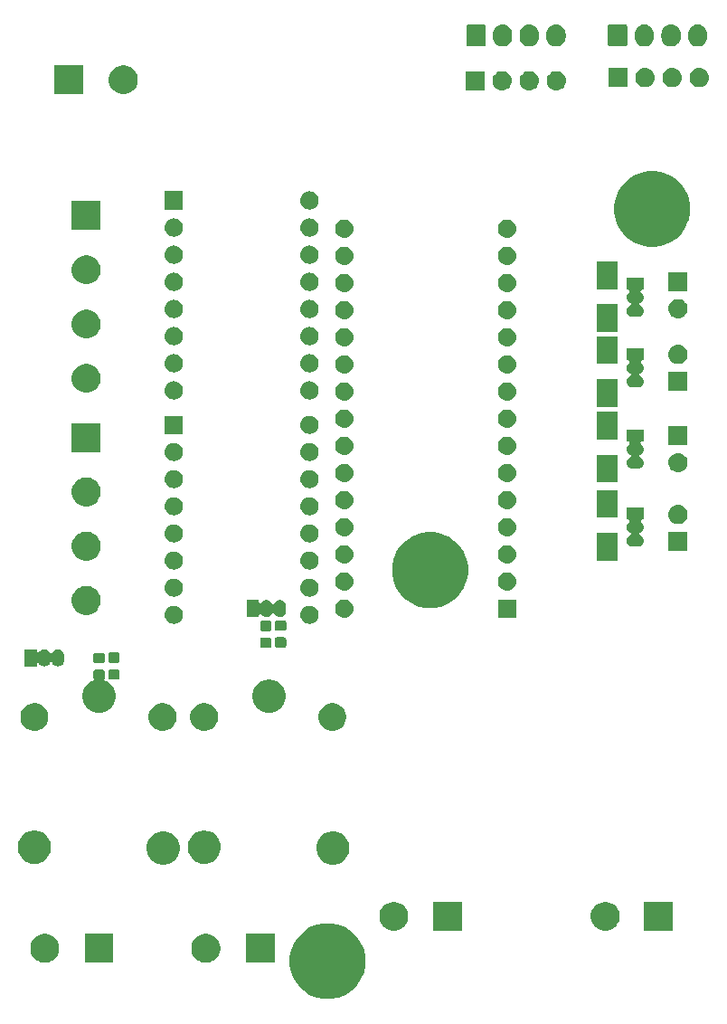
<source format=gbr>
G04 #@! TF.GenerationSoftware,KiCad,Pcbnew,(5.1.0)-1*
G04 #@! TF.CreationDate,2019-05-09T16:46:23+02:00*
G04 #@! TF.ProjectId,Actuator,41637475-6174-46f7-922e-6b696361645f,rev?*
G04 #@! TF.SameCoordinates,Original*
G04 #@! TF.FileFunction,Soldermask,Bot*
G04 #@! TF.FilePolarity,Negative*
%FSLAX46Y46*%
G04 Gerber Fmt 4.6, Leading zero omitted, Abs format (unit mm)*
G04 Created by KiCad (PCBNEW (5.1.0)-1) date 2019-05-09 16:46:23*
%MOMM*%
%LPD*%
G04 APERTURE LIST*
%ADD10C,0.100000*%
G04 APERTURE END LIST*
D10*
G36*
X115235787Y-131185462D02*
G01*
X115235790Y-131185463D01*
X115235789Y-131185463D01*
X115882029Y-131453144D01*
X116463631Y-131841758D01*
X116958242Y-132336369D01*
X117346856Y-132917971D01*
X117461541Y-133194845D01*
X117614538Y-133564213D01*
X117751000Y-134250256D01*
X117751000Y-134949744D01*
X117614538Y-135635787D01*
X117614537Y-135635789D01*
X117346856Y-136282029D01*
X116958242Y-136863631D01*
X116463631Y-137358242D01*
X115882029Y-137746856D01*
X115425068Y-137936135D01*
X115235787Y-138014538D01*
X114549744Y-138151000D01*
X113850256Y-138151000D01*
X113164213Y-138014538D01*
X112974932Y-137936135D01*
X112517971Y-137746856D01*
X111936369Y-137358242D01*
X111441758Y-136863631D01*
X111053144Y-136282029D01*
X110785463Y-135635789D01*
X110785462Y-135635787D01*
X110649000Y-134949744D01*
X110649000Y-134250256D01*
X110785462Y-133564213D01*
X110938459Y-133194845D01*
X111053144Y-132917971D01*
X111441758Y-132336369D01*
X111936369Y-131841758D01*
X112517971Y-131453144D01*
X113164211Y-131185463D01*
X113164210Y-131185463D01*
X113164213Y-131185462D01*
X113850256Y-131049000D01*
X114549744Y-131049000D01*
X115235787Y-131185462D01*
X115235787Y-131185462D01*
G37*
G36*
X109231000Y-134751000D02*
G01*
X106529000Y-134751000D01*
X106529000Y-132049000D01*
X109231000Y-132049000D01*
X109231000Y-134751000D01*
X109231000Y-134751000D01*
G37*
G36*
X88114072Y-132100918D02*
G01*
X88359939Y-132202759D01*
X88449341Y-132262496D01*
X88581211Y-132350609D01*
X88769391Y-132538789D01*
X88917242Y-132760063D01*
X89019082Y-133005928D01*
X89071000Y-133266937D01*
X89071000Y-133533063D01*
X89019082Y-133794072D01*
X88917242Y-134039937D01*
X88777092Y-134249686D01*
X88769390Y-134261212D01*
X88581212Y-134449390D01*
X88359939Y-134597241D01*
X88359938Y-134597242D01*
X88359937Y-134597242D01*
X88114072Y-134699082D01*
X87853063Y-134751000D01*
X87586937Y-134751000D01*
X87325928Y-134699082D01*
X87080063Y-134597242D01*
X87080062Y-134597242D01*
X87080061Y-134597241D01*
X86858788Y-134449390D01*
X86670610Y-134261212D01*
X86662909Y-134249686D01*
X86522758Y-134039937D01*
X86420918Y-133794072D01*
X86369000Y-133533063D01*
X86369000Y-133266937D01*
X86420918Y-133005928D01*
X86522758Y-132760063D01*
X86670609Y-132538789D01*
X86858789Y-132350609D01*
X86990659Y-132262496D01*
X87080061Y-132202759D01*
X87325928Y-132100918D01*
X87586937Y-132049000D01*
X87853063Y-132049000D01*
X88114072Y-132100918D01*
X88114072Y-132100918D01*
G37*
G36*
X103194072Y-132100918D02*
G01*
X103439939Y-132202759D01*
X103529341Y-132262496D01*
X103661211Y-132350609D01*
X103849391Y-132538789D01*
X103997242Y-132760063D01*
X104099082Y-133005928D01*
X104151000Y-133266937D01*
X104151000Y-133533063D01*
X104099082Y-133794072D01*
X103997242Y-134039937D01*
X103857092Y-134249686D01*
X103849390Y-134261212D01*
X103661212Y-134449390D01*
X103439939Y-134597241D01*
X103439938Y-134597242D01*
X103439937Y-134597242D01*
X103194072Y-134699082D01*
X102933063Y-134751000D01*
X102666937Y-134751000D01*
X102405928Y-134699082D01*
X102160063Y-134597242D01*
X102160062Y-134597242D01*
X102160061Y-134597241D01*
X101938788Y-134449390D01*
X101750610Y-134261212D01*
X101742909Y-134249686D01*
X101602758Y-134039937D01*
X101500918Y-133794072D01*
X101449000Y-133533063D01*
X101449000Y-133266937D01*
X101500918Y-133005928D01*
X101602758Y-132760063D01*
X101750609Y-132538789D01*
X101938789Y-132350609D01*
X102070659Y-132262496D01*
X102160061Y-132202759D01*
X102405928Y-132100918D01*
X102666937Y-132049000D01*
X102933063Y-132049000D01*
X103194072Y-132100918D01*
X103194072Y-132100918D01*
G37*
G36*
X94151000Y-134751000D02*
G01*
X91449000Y-134751000D01*
X91449000Y-132049000D01*
X94151000Y-132049000D01*
X94151000Y-134751000D01*
X94151000Y-134751000D01*
G37*
G36*
X120794072Y-129100918D02*
G01*
X121039939Y-129202759D01*
X121261212Y-129350610D01*
X121449390Y-129538788D01*
X121597241Y-129760061D01*
X121699082Y-130005928D01*
X121751000Y-130266938D01*
X121751000Y-130533062D01*
X121699082Y-130794072D01*
X121597241Y-131039939D01*
X121449390Y-131261212D01*
X121261212Y-131449390D01*
X121039939Y-131597241D01*
X121039938Y-131597242D01*
X121039937Y-131597242D01*
X120794072Y-131699082D01*
X120533063Y-131751000D01*
X120266937Y-131751000D01*
X120005928Y-131699082D01*
X119760063Y-131597242D01*
X119760062Y-131597242D01*
X119760061Y-131597241D01*
X119538788Y-131449390D01*
X119350610Y-131261212D01*
X119202759Y-131039939D01*
X119100918Y-130794072D01*
X119049000Y-130533062D01*
X119049000Y-130266938D01*
X119100918Y-130005928D01*
X119202759Y-129760061D01*
X119350610Y-129538788D01*
X119538788Y-129350610D01*
X119760061Y-129202759D01*
X120005928Y-129100918D01*
X120266937Y-129049000D01*
X120533063Y-129049000D01*
X120794072Y-129100918D01*
X120794072Y-129100918D01*
G37*
G36*
X126751000Y-131751000D02*
G01*
X124049000Y-131751000D01*
X124049000Y-129049000D01*
X126751000Y-129049000D01*
X126751000Y-131751000D01*
X126751000Y-131751000D01*
G37*
G36*
X140594072Y-129100918D02*
G01*
X140839939Y-129202759D01*
X141061212Y-129350610D01*
X141249390Y-129538788D01*
X141397241Y-129760061D01*
X141499082Y-130005928D01*
X141551000Y-130266938D01*
X141551000Y-130533062D01*
X141499082Y-130794072D01*
X141397241Y-131039939D01*
X141249390Y-131261212D01*
X141061212Y-131449390D01*
X140839939Y-131597241D01*
X140839938Y-131597242D01*
X140839937Y-131597242D01*
X140594072Y-131699082D01*
X140333063Y-131751000D01*
X140066937Y-131751000D01*
X139805928Y-131699082D01*
X139560063Y-131597242D01*
X139560062Y-131597242D01*
X139560061Y-131597241D01*
X139338788Y-131449390D01*
X139150610Y-131261212D01*
X139002759Y-131039939D01*
X138900918Y-130794072D01*
X138849000Y-130533062D01*
X138849000Y-130266938D01*
X138900918Y-130005928D01*
X139002759Y-129760061D01*
X139150610Y-129538788D01*
X139338788Y-129350610D01*
X139560061Y-129202759D01*
X139805928Y-129100918D01*
X140066937Y-129049000D01*
X140333063Y-129049000D01*
X140594072Y-129100918D01*
X140594072Y-129100918D01*
G37*
G36*
X146551000Y-131751000D02*
G01*
X143849000Y-131751000D01*
X143849000Y-129049000D01*
X146551000Y-129049000D01*
X146551000Y-131751000D01*
X146551000Y-131751000D01*
G37*
G36*
X114901043Y-122458604D02*
G01*
X115152410Y-122508604D01*
X115434674Y-122625521D01*
X115688705Y-122795259D01*
X115904741Y-123011295D01*
X116074479Y-123265326D01*
X116191396Y-123547590D01*
X116191396Y-123547591D01*
X116241055Y-123797240D01*
X116251000Y-123847240D01*
X116251000Y-124152760D01*
X116191396Y-124452410D01*
X116074479Y-124734674D01*
X115904741Y-124988705D01*
X115688705Y-125204741D01*
X115434674Y-125374479D01*
X115152410Y-125491396D01*
X115104127Y-125501000D01*
X114852761Y-125551000D01*
X114547239Y-125551000D01*
X114295873Y-125501000D01*
X114247590Y-125491396D01*
X113965326Y-125374479D01*
X113711295Y-125204741D01*
X113495259Y-124988705D01*
X113325521Y-124734674D01*
X113208604Y-124452410D01*
X113149000Y-124152760D01*
X113149000Y-123847240D01*
X113158946Y-123797240D01*
X113208604Y-123547591D01*
X113208604Y-123547590D01*
X113325521Y-123265326D01*
X113495259Y-123011295D01*
X113711295Y-122795259D01*
X113965326Y-122625521D01*
X114247590Y-122508604D01*
X114498957Y-122458604D01*
X114547239Y-122449000D01*
X114852761Y-122449000D01*
X114901043Y-122458604D01*
X114901043Y-122458604D01*
G37*
G36*
X99001043Y-122458604D02*
G01*
X99252410Y-122508604D01*
X99534674Y-122625521D01*
X99788705Y-122795259D01*
X100004741Y-123011295D01*
X100174479Y-123265326D01*
X100291396Y-123547590D01*
X100291396Y-123547591D01*
X100341055Y-123797240D01*
X100351000Y-123847240D01*
X100351000Y-124152760D01*
X100291396Y-124452410D01*
X100174479Y-124734674D01*
X100004741Y-124988705D01*
X99788705Y-125204741D01*
X99534674Y-125374479D01*
X99252410Y-125491396D01*
X99204127Y-125501000D01*
X98952761Y-125551000D01*
X98647239Y-125551000D01*
X98395873Y-125501000D01*
X98347590Y-125491396D01*
X98065326Y-125374479D01*
X97811295Y-125204741D01*
X97595259Y-124988705D01*
X97425521Y-124734674D01*
X97308604Y-124452410D01*
X97249000Y-124152760D01*
X97249000Y-123847240D01*
X97258946Y-123797240D01*
X97308604Y-123547591D01*
X97308604Y-123547590D01*
X97425521Y-123265326D01*
X97595259Y-123011295D01*
X97811295Y-122795259D01*
X98065326Y-122625521D01*
X98347590Y-122508604D01*
X98598957Y-122458604D01*
X98647239Y-122449000D01*
X98952761Y-122449000D01*
X99001043Y-122458604D01*
X99001043Y-122458604D01*
G37*
G36*
X87052585Y-122428802D02*
G01*
X87202410Y-122458604D01*
X87484674Y-122575521D01*
X87738705Y-122745259D01*
X87954741Y-122961295D01*
X88124479Y-123215326D01*
X88241396Y-123497590D01*
X88251342Y-123547591D01*
X88301000Y-123797239D01*
X88301000Y-124102761D01*
X88291054Y-124152761D01*
X88241396Y-124402410D01*
X88124479Y-124684674D01*
X87954741Y-124938705D01*
X87738705Y-125154741D01*
X87484674Y-125324479D01*
X87202410Y-125441396D01*
X87052585Y-125471198D01*
X86902761Y-125501000D01*
X86597239Y-125501000D01*
X86447415Y-125471198D01*
X86297590Y-125441396D01*
X86015326Y-125324479D01*
X85761295Y-125154741D01*
X85545259Y-124938705D01*
X85375521Y-124684674D01*
X85258604Y-124402410D01*
X85208946Y-124152761D01*
X85199000Y-124102761D01*
X85199000Y-123797239D01*
X85248658Y-123547591D01*
X85258604Y-123497590D01*
X85375521Y-123215326D01*
X85545259Y-122961295D01*
X85761295Y-122745259D01*
X86015326Y-122575521D01*
X86297590Y-122458604D01*
X86447415Y-122428802D01*
X86597239Y-122399000D01*
X86902761Y-122399000D01*
X87052585Y-122428802D01*
X87052585Y-122428802D01*
G37*
G36*
X102952585Y-122428802D02*
G01*
X103102410Y-122458604D01*
X103384674Y-122575521D01*
X103638705Y-122745259D01*
X103854741Y-122961295D01*
X104024479Y-123215326D01*
X104141396Y-123497590D01*
X104151342Y-123547591D01*
X104201000Y-123797239D01*
X104201000Y-124102761D01*
X104191054Y-124152761D01*
X104141396Y-124402410D01*
X104024479Y-124684674D01*
X103854741Y-124938705D01*
X103638705Y-125154741D01*
X103384674Y-125324479D01*
X103102410Y-125441396D01*
X102952585Y-125471198D01*
X102802761Y-125501000D01*
X102497239Y-125501000D01*
X102347415Y-125471198D01*
X102197590Y-125441396D01*
X101915326Y-125324479D01*
X101661295Y-125154741D01*
X101445259Y-124938705D01*
X101275521Y-124684674D01*
X101158604Y-124402410D01*
X101108946Y-124152761D01*
X101099000Y-124102761D01*
X101099000Y-123797239D01*
X101148658Y-123547591D01*
X101158604Y-123497590D01*
X101275521Y-123215326D01*
X101445259Y-122961295D01*
X101661295Y-122745259D01*
X101915326Y-122575521D01*
X102197590Y-122458604D01*
X102347415Y-122428802D01*
X102497239Y-122399000D01*
X102802761Y-122399000D01*
X102952585Y-122428802D01*
X102952585Y-122428802D01*
G37*
G36*
X115029487Y-110498996D02*
G01*
X115266253Y-110597068D01*
X115266255Y-110597069D01*
X115479339Y-110739447D01*
X115660553Y-110920661D01*
X115802932Y-111133747D01*
X115901004Y-111370513D01*
X115951000Y-111621861D01*
X115951000Y-111878139D01*
X115901004Y-112129487D01*
X115802932Y-112366253D01*
X115802931Y-112366255D01*
X115660553Y-112579339D01*
X115479339Y-112760553D01*
X115266255Y-112902931D01*
X115266254Y-112902932D01*
X115266253Y-112902932D01*
X115029487Y-113001004D01*
X114778139Y-113051000D01*
X114521861Y-113051000D01*
X114270513Y-113001004D01*
X114033747Y-112902932D01*
X114033746Y-112902932D01*
X114033745Y-112902931D01*
X113820661Y-112760553D01*
X113639447Y-112579339D01*
X113497069Y-112366255D01*
X113497068Y-112366253D01*
X113398996Y-112129487D01*
X113349000Y-111878139D01*
X113349000Y-111621861D01*
X113398996Y-111370513D01*
X113497068Y-111133747D01*
X113639447Y-110920661D01*
X113820661Y-110739447D01*
X114033745Y-110597069D01*
X114033747Y-110597068D01*
X114270513Y-110498996D01*
X114521861Y-110449000D01*
X114778139Y-110449000D01*
X115029487Y-110498996D01*
X115029487Y-110498996D01*
G37*
G36*
X87129487Y-110498996D02*
G01*
X87366253Y-110597068D01*
X87366255Y-110597069D01*
X87579339Y-110739447D01*
X87760553Y-110920661D01*
X87902932Y-111133747D01*
X88001004Y-111370513D01*
X88051000Y-111621861D01*
X88051000Y-111878139D01*
X88001004Y-112129487D01*
X87902932Y-112366253D01*
X87902931Y-112366255D01*
X87760553Y-112579339D01*
X87579339Y-112760553D01*
X87366255Y-112902931D01*
X87366254Y-112902932D01*
X87366253Y-112902932D01*
X87129487Y-113001004D01*
X86878139Y-113051000D01*
X86621861Y-113051000D01*
X86370513Y-113001004D01*
X86133747Y-112902932D01*
X86133746Y-112902932D01*
X86133745Y-112902931D01*
X85920661Y-112760553D01*
X85739447Y-112579339D01*
X85597069Y-112366255D01*
X85597068Y-112366253D01*
X85498996Y-112129487D01*
X85449000Y-111878139D01*
X85449000Y-111621861D01*
X85498996Y-111370513D01*
X85597068Y-111133747D01*
X85739447Y-110920661D01*
X85920661Y-110739447D01*
X86133745Y-110597069D01*
X86133747Y-110597068D01*
X86370513Y-110498996D01*
X86621861Y-110449000D01*
X86878139Y-110449000D01*
X87129487Y-110498996D01*
X87129487Y-110498996D01*
G37*
G36*
X103029487Y-110498996D02*
G01*
X103266253Y-110597068D01*
X103266255Y-110597069D01*
X103479339Y-110739447D01*
X103660553Y-110920661D01*
X103802932Y-111133747D01*
X103901004Y-111370513D01*
X103951000Y-111621861D01*
X103951000Y-111878139D01*
X103901004Y-112129487D01*
X103802932Y-112366253D01*
X103802931Y-112366255D01*
X103660553Y-112579339D01*
X103479339Y-112760553D01*
X103266255Y-112902931D01*
X103266254Y-112902932D01*
X103266253Y-112902932D01*
X103029487Y-113001004D01*
X102778139Y-113051000D01*
X102521861Y-113051000D01*
X102270513Y-113001004D01*
X102033747Y-112902932D01*
X102033746Y-112902932D01*
X102033745Y-112902931D01*
X101820661Y-112760553D01*
X101639447Y-112579339D01*
X101497069Y-112366255D01*
X101497068Y-112366253D01*
X101398996Y-112129487D01*
X101349000Y-111878139D01*
X101349000Y-111621861D01*
X101398996Y-111370513D01*
X101497068Y-111133747D01*
X101639447Y-110920661D01*
X101820661Y-110739447D01*
X102033745Y-110597069D01*
X102033747Y-110597068D01*
X102270513Y-110498996D01*
X102521861Y-110449000D01*
X102778139Y-110449000D01*
X103029487Y-110498996D01*
X103029487Y-110498996D01*
G37*
G36*
X99129487Y-110498996D02*
G01*
X99366253Y-110597068D01*
X99366255Y-110597069D01*
X99579339Y-110739447D01*
X99760553Y-110920661D01*
X99902932Y-111133747D01*
X100001004Y-111370513D01*
X100051000Y-111621861D01*
X100051000Y-111878139D01*
X100001004Y-112129487D01*
X99902932Y-112366253D01*
X99902931Y-112366255D01*
X99760553Y-112579339D01*
X99579339Y-112760553D01*
X99366255Y-112902931D01*
X99366254Y-112902932D01*
X99366253Y-112902932D01*
X99129487Y-113001004D01*
X98878139Y-113051000D01*
X98621861Y-113051000D01*
X98370513Y-113001004D01*
X98133747Y-112902932D01*
X98133746Y-112902932D01*
X98133745Y-112902931D01*
X97920661Y-112760553D01*
X97739447Y-112579339D01*
X97597069Y-112366255D01*
X97597068Y-112366253D01*
X97498996Y-112129487D01*
X97449000Y-111878139D01*
X97449000Y-111621861D01*
X97498996Y-111370513D01*
X97597068Y-111133747D01*
X97739447Y-110920661D01*
X97920661Y-110739447D01*
X98133745Y-110597069D01*
X98133747Y-110597068D01*
X98370513Y-110498996D01*
X98621861Y-110449000D01*
X98878139Y-110449000D01*
X99129487Y-110498996D01*
X99129487Y-110498996D01*
G37*
G36*
X109002585Y-108278802D02*
G01*
X109152410Y-108308604D01*
X109434674Y-108425521D01*
X109688705Y-108595259D01*
X109904741Y-108811295D01*
X110074479Y-109065326D01*
X110191396Y-109347590D01*
X110251000Y-109647240D01*
X110251000Y-109952760D01*
X110191396Y-110252410D01*
X110074479Y-110534674D01*
X109904741Y-110788705D01*
X109688705Y-111004741D01*
X109434674Y-111174479D01*
X109152410Y-111291396D01*
X109002585Y-111321198D01*
X108852761Y-111351000D01*
X108547239Y-111351000D01*
X108397415Y-111321198D01*
X108247590Y-111291396D01*
X107965326Y-111174479D01*
X107711295Y-111004741D01*
X107495259Y-110788705D01*
X107325521Y-110534674D01*
X107208604Y-110252410D01*
X107149000Y-109952760D01*
X107149000Y-109647240D01*
X107208604Y-109347590D01*
X107325521Y-109065326D01*
X107495259Y-108811295D01*
X107711295Y-108595259D01*
X107965326Y-108425521D01*
X108247590Y-108308604D01*
X108397415Y-108278802D01*
X108547239Y-108249000D01*
X108852761Y-108249000D01*
X109002585Y-108278802D01*
X109002585Y-108278802D01*
G37*
G36*
X93179591Y-107315585D02*
G01*
X93213569Y-107325893D01*
X93244890Y-107342634D01*
X93272339Y-107365161D01*
X93294866Y-107392610D01*
X93311607Y-107423931D01*
X93321915Y-107457909D01*
X93326000Y-107499390D01*
X93326000Y-108100610D01*
X93321915Y-108142091D01*
X93311607Y-108176070D01*
X93307889Y-108183026D01*
X93298512Y-108205665D01*
X93293732Y-108229698D01*
X93293732Y-108254202D01*
X93298513Y-108278235D01*
X93307890Y-108300874D01*
X93321504Y-108321248D01*
X93338831Y-108338575D01*
X93370294Y-108357433D01*
X93534674Y-108425521D01*
X93788705Y-108595259D01*
X94004741Y-108811295D01*
X94174479Y-109065326D01*
X94291396Y-109347590D01*
X94351000Y-109647240D01*
X94351000Y-109952760D01*
X94291396Y-110252410D01*
X94174479Y-110534674D01*
X94004741Y-110788705D01*
X93788705Y-111004741D01*
X93534674Y-111174479D01*
X93252410Y-111291396D01*
X93102585Y-111321198D01*
X92952761Y-111351000D01*
X92647239Y-111351000D01*
X92497415Y-111321198D01*
X92347590Y-111291396D01*
X92065326Y-111174479D01*
X91811295Y-111004741D01*
X91595259Y-110788705D01*
X91425521Y-110534674D01*
X91308604Y-110252410D01*
X91249000Y-109952760D01*
X91249000Y-109647240D01*
X91308604Y-109347590D01*
X91425521Y-109065326D01*
X91595259Y-108811295D01*
X91811295Y-108595259D01*
X92065326Y-108425521D01*
X92229707Y-108357433D01*
X92251317Y-108345882D01*
X92270259Y-108330337D01*
X92285804Y-108311395D01*
X92297355Y-108289784D01*
X92304468Y-108266335D01*
X92306870Y-108241949D01*
X92304468Y-108217563D01*
X92292111Y-108183026D01*
X92288393Y-108176070D01*
X92278085Y-108142091D01*
X92274000Y-108100610D01*
X92274000Y-107499390D01*
X92278085Y-107457909D01*
X92288393Y-107423931D01*
X92305134Y-107392610D01*
X92327661Y-107365161D01*
X92355110Y-107342634D01*
X92386431Y-107325893D01*
X92420409Y-107315585D01*
X92461890Y-107311500D01*
X93138110Y-107311500D01*
X93179591Y-107315585D01*
X93179591Y-107315585D01*
G37*
G36*
X94579591Y-107290585D02*
G01*
X94613569Y-107300893D01*
X94644890Y-107317634D01*
X94672339Y-107340161D01*
X94694866Y-107367610D01*
X94711607Y-107398931D01*
X94721915Y-107432909D01*
X94726000Y-107474390D01*
X94726000Y-108075610D01*
X94721915Y-108117091D01*
X94711607Y-108151069D01*
X94694866Y-108182390D01*
X94672339Y-108209839D01*
X94644890Y-108232366D01*
X94613569Y-108249107D01*
X94579591Y-108259415D01*
X94538110Y-108263500D01*
X93861890Y-108263500D01*
X93820409Y-108259415D01*
X93786431Y-108249107D01*
X93755110Y-108232366D01*
X93727661Y-108209839D01*
X93705134Y-108182390D01*
X93688393Y-108151069D01*
X93678085Y-108117091D01*
X93674000Y-108075610D01*
X93674000Y-107474390D01*
X93678085Y-107432909D01*
X93688393Y-107398931D01*
X93705134Y-107367610D01*
X93727661Y-107340161D01*
X93755110Y-107317634D01*
X93786431Y-107300893D01*
X93820409Y-107290585D01*
X93861890Y-107286500D01*
X94538110Y-107286500D01*
X94579591Y-107290585D01*
X94579591Y-107290585D01*
G37*
G36*
X89052915Y-105407334D02*
G01*
X89161491Y-105440271D01*
X89161494Y-105440272D01*
X89197600Y-105459571D01*
X89261556Y-105493756D01*
X89349264Y-105565736D01*
X89421244Y-105653443D01*
X89452276Y-105711500D01*
X89474728Y-105753505D01*
X89474729Y-105753508D01*
X89507666Y-105862084D01*
X89516000Y-105946702D01*
X89516000Y-106453297D01*
X89507666Y-106537916D01*
X89475252Y-106644767D01*
X89474728Y-106646495D01*
X89474278Y-106647336D01*
X89421244Y-106746557D01*
X89349264Y-106834264D01*
X89261557Y-106906244D01*
X89197601Y-106940429D01*
X89161495Y-106959728D01*
X89161492Y-106959729D01*
X89052916Y-106992666D01*
X88940000Y-107003787D01*
X88827085Y-106992666D01*
X88718509Y-106959729D01*
X88718506Y-106959728D01*
X88682400Y-106940429D01*
X88618444Y-106906244D01*
X88530737Y-106834264D01*
X88458757Y-106746557D01*
X88424446Y-106682366D01*
X88415239Y-106665141D01*
X88401625Y-106644766D01*
X88384298Y-106627439D01*
X88363924Y-106613826D01*
X88341285Y-106604448D01*
X88317252Y-106599668D01*
X88292748Y-106599668D01*
X88268715Y-106604448D01*
X88246076Y-106613826D01*
X88225701Y-106627440D01*
X88208374Y-106644767D01*
X88194761Y-106665141D01*
X88151244Y-106746557D01*
X88079264Y-106834264D01*
X87991557Y-106906244D01*
X87927601Y-106940429D01*
X87891495Y-106959728D01*
X87891492Y-106959729D01*
X87782916Y-106992666D01*
X87670000Y-107003787D01*
X87557085Y-106992666D01*
X87448509Y-106959729D01*
X87448506Y-106959728D01*
X87412400Y-106940429D01*
X87348444Y-106906244D01*
X87260737Y-106834264D01*
X87197622Y-106757359D01*
X87180297Y-106740034D01*
X87159923Y-106726420D01*
X87137284Y-106717043D01*
X87113250Y-106712263D01*
X87088746Y-106712263D01*
X87064713Y-106717044D01*
X87042074Y-106726421D01*
X87021700Y-106740035D01*
X87004373Y-106757362D01*
X86990759Y-106777736D01*
X86981382Y-106800375D01*
X86976000Y-106836660D01*
X86976000Y-107001000D01*
X85824000Y-107001000D01*
X85824000Y-105399000D01*
X86976000Y-105399000D01*
X86976000Y-105563341D01*
X86978402Y-105587727D01*
X86985515Y-105611176D01*
X86997066Y-105632787D01*
X87012611Y-105651729D01*
X87031553Y-105667274D01*
X87053164Y-105678825D01*
X87076613Y-105685938D01*
X87100999Y-105688340D01*
X87125385Y-105685938D01*
X87148834Y-105678825D01*
X87170445Y-105667274D01*
X87189387Y-105651729D01*
X87197608Y-105642657D01*
X87260736Y-105565736D01*
X87348443Y-105493756D01*
X87412399Y-105459571D01*
X87448505Y-105440272D01*
X87448508Y-105440271D01*
X87557084Y-105407334D01*
X87670000Y-105396213D01*
X87782915Y-105407334D01*
X87891491Y-105440271D01*
X87891494Y-105440272D01*
X87927600Y-105459571D01*
X87991556Y-105493756D01*
X88079264Y-105565736D01*
X88151244Y-105653443D01*
X88184459Y-105715585D01*
X88194761Y-105734859D01*
X88208375Y-105755234D01*
X88225702Y-105772561D01*
X88246076Y-105786174D01*
X88268715Y-105795552D01*
X88292748Y-105800332D01*
X88317252Y-105800332D01*
X88341285Y-105795552D01*
X88363924Y-105786174D01*
X88384299Y-105772560D01*
X88401626Y-105755233D01*
X88415239Y-105734860D01*
X88458756Y-105653444D01*
X88530736Y-105565736D01*
X88618443Y-105493756D01*
X88682399Y-105459571D01*
X88718505Y-105440272D01*
X88718508Y-105440271D01*
X88827084Y-105407334D01*
X88940000Y-105396213D01*
X89052915Y-105407334D01*
X89052915Y-105407334D01*
G37*
G36*
X93179591Y-105740585D02*
G01*
X93213569Y-105750893D01*
X93244890Y-105767634D01*
X93272339Y-105790161D01*
X93294866Y-105817610D01*
X93311607Y-105848931D01*
X93321915Y-105882909D01*
X93326000Y-105924390D01*
X93326000Y-106525610D01*
X93321915Y-106567091D01*
X93311607Y-106601069D01*
X93294866Y-106632390D01*
X93272339Y-106659839D01*
X93244890Y-106682366D01*
X93213569Y-106699107D01*
X93179591Y-106709415D01*
X93138110Y-106713500D01*
X92461890Y-106713500D01*
X92420409Y-106709415D01*
X92386431Y-106699107D01*
X92355110Y-106682366D01*
X92327661Y-106659839D01*
X92305134Y-106632390D01*
X92288393Y-106601069D01*
X92278085Y-106567091D01*
X92274000Y-106525610D01*
X92274000Y-105924390D01*
X92278085Y-105882909D01*
X92288393Y-105848931D01*
X92305134Y-105817610D01*
X92327661Y-105790161D01*
X92355110Y-105767634D01*
X92386431Y-105750893D01*
X92420409Y-105740585D01*
X92461890Y-105736500D01*
X93138110Y-105736500D01*
X93179591Y-105740585D01*
X93179591Y-105740585D01*
G37*
G36*
X94579591Y-105715585D02*
G01*
X94613569Y-105725893D01*
X94644890Y-105742634D01*
X94672339Y-105765161D01*
X94694866Y-105792610D01*
X94711607Y-105823931D01*
X94721915Y-105857909D01*
X94726000Y-105899390D01*
X94726000Y-106500610D01*
X94721915Y-106542091D01*
X94711607Y-106576069D01*
X94694866Y-106607390D01*
X94672339Y-106634839D01*
X94644890Y-106657366D01*
X94613569Y-106674107D01*
X94579591Y-106684415D01*
X94538110Y-106688500D01*
X93861890Y-106688500D01*
X93820409Y-106684415D01*
X93786431Y-106674107D01*
X93755110Y-106657366D01*
X93727661Y-106634839D01*
X93705134Y-106607390D01*
X93688393Y-106576069D01*
X93678085Y-106542091D01*
X93674000Y-106500610D01*
X93674000Y-105899390D01*
X93678085Y-105857909D01*
X93688393Y-105823931D01*
X93705134Y-105792610D01*
X93727661Y-105765161D01*
X93755110Y-105742634D01*
X93786431Y-105725893D01*
X93820409Y-105715585D01*
X93861890Y-105711500D01*
X94538110Y-105711500D01*
X94579591Y-105715585D01*
X94579591Y-105715585D01*
G37*
G36*
X108779591Y-104315585D02*
G01*
X108813569Y-104325893D01*
X108844890Y-104342634D01*
X108872339Y-104365161D01*
X108894866Y-104392610D01*
X108911607Y-104423931D01*
X108921915Y-104457909D01*
X108926000Y-104499390D01*
X108926000Y-105100610D01*
X108921915Y-105142091D01*
X108911607Y-105176069D01*
X108894866Y-105207390D01*
X108872339Y-105234839D01*
X108844890Y-105257366D01*
X108813569Y-105274107D01*
X108779591Y-105284415D01*
X108738110Y-105288500D01*
X108061890Y-105288500D01*
X108020409Y-105284415D01*
X107986431Y-105274107D01*
X107955110Y-105257366D01*
X107927661Y-105234839D01*
X107905134Y-105207390D01*
X107888393Y-105176069D01*
X107878085Y-105142091D01*
X107874000Y-105100610D01*
X107874000Y-104499390D01*
X107878085Y-104457909D01*
X107888393Y-104423931D01*
X107905134Y-104392610D01*
X107927661Y-104365161D01*
X107955110Y-104342634D01*
X107986431Y-104325893D01*
X108020409Y-104315585D01*
X108061890Y-104311500D01*
X108738110Y-104311500D01*
X108779591Y-104315585D01*
X108779591Y-104315585D01*
G37*
G36*
X110179591Y-104290585D02*
G01*
X110213569Y-104300893D01*
X110244890Y-104317634D01*
X110272339Y-104340161D01*
X110294866Y-104367610D01*
X110311607Y-104398931D01*
X110321915Y-104432909D01*
X110326000Y-104474390D01*
X110326000Y-105075610D01*
X110321915Y-105117091D01*
X110311607Y-105151069D01*
X110294866Y-105182390D01*
X110272339Y-105209839D01*
X110244890Y-105232366D01*
X110213569Y-105249107D01*
X110179591Y-105259415D01*
X110138110Y-105263500D01*
X109461890Y-105263500D01*
X109420409Y-105259415D01*
X109386431Y-105249107D01*
X109355110Y-105232366D01*
X109327661Y-105209839D01*
X109305134Y-105182390D01*
X109288393Y-105151069D01*
X109278085Y-105117091D01*
X109274000Y-105075610D01*
X109274000Y-104474390D01*
X109278085Y-104432909D01*
X109288393Y-104398931D01*
X109305134Y-104367610D01*
X109327661Y-104340161D01*
X109355110Y-104317634D01*
X109386431Y-104300893D01*
X109420409Y-104290585D01*
X109461890Y-104286500D01*
X110138110Y-104286500D01*
X110179591Y-104290585D01*
X110179591Y-104290585D01*
G37*
G36*
X108779591Y-102740585D02*
G01*
X108813569Y-102750893D01*
X108844890Y-102767634D01*
X108872339Y-102790161D01*
X108894866Y-102817610D01*
X108911607Y-102848931D01*
X108921915Y-102882909D01*
X108926000Y-102924390D01*
X108926000Y-103525610D01*
X108921915Y-103567091D01*
X108911607Y-103601069D01*
X108894866Y-103632390D01*
X108872339Y-103659839D01*
X108844890Y-103682366D01*
X108813569Y-103699107D01*
X108779591Y-103709415D01*
X108738110Y-103713500D01*
X108061890Y-103713500D01*
X108020409Y-103709415D01*
X107986431Y-103699107D01*
X107955110Y-103682366D01*
X107927661Y-103659839D01*
X107905134Y-103632390D01*
X107888393Y-103601069D01*
X107878085Y-103567091D01*
X107874000Y-103525610D01*
X107874000Y-102924390D01*
X107878085Y-102882909D01*
X107888393Y-102848931D01*
X107905134Y-102817610D01*
X107927661Y-102790161D01*
X107955110Y-102767634D01*
X107986431Y-102750893D01*
X108020409Y-102740585D01*
X108061890Y-102736500D01*
X108738110Y-102736500D01*
X108779591Y-102740585D01*
X108779591Y-102740585D01*
G37*
G36*
X110179591Y-102715585D02*
G01*
X110213569Y-102725893D01*
X110244890Y-102742634D01*
X110272339Y-102765161D01*
X110294866Y-102792610D01*
X110311607Y-102823931D01*
X110321915Y-102857909D01*
X110326000Y-102899390D01*
X110326000Y-103500610D01*
X110321915Y-103542091D01*
X110311607Y-103576069D01*
X110294866Y-103607390D01*
X110272339Y-103634839D01*
X110244890Y-103657366D01*
X110213569Y-103674107D01*
X110179591Y-103684415D01*
X110138110Y-103688500D01*
X109461890Y-103688500D01*
X109420409Y-103684415D01*
X109386431Y-103674107D01*
X109355110Y-103657366D01*
X109327661Y-103634839D01*
X109305134Y-103607390D01*
X109288393Y-103576069D01*
X109278085Y-103542091D01*
X109274000Y-103500610D01*
X109274000Y-102899390D01*
X109278085Y-102857909D01*
X109288393Y-102823931D01*
X109305134Y-102792610D01*
X109327661Y-102765161D01*
X109355110Y-102742634D01*
X109386431Y-102725893D01*
X109420409Y-102715585D01*
X109461890Y-102711500D01*
X110138110Y-102711500D01*
X110179591Y-102715585D01*
X110179591Y-102715585D01*
G37*
G36*
X99966823Y-101341313D02*
G01*
X100127242Y-101389976D01*
X100208065Y-101433177D01*
X100275078Y-101468996D01*
X100404659Y-101575341D01*
X100511004Y-101704922D01*
X100511005Y-101704924D01*
X100590024Y-101852758D01*
X100638687Y-102013177D01*
X100655117Y-102180000D01*
X100638687Y-102346823D01*
X100590024Y-102507242D01*
X100519114Y-102639906D01*
X100511004Y-102655078D01*
X100404659Y-102784659D01*
X100275078Y-102891004D01*
X100275076Y-102891005D01*
X100127242Y-102970024D01*
X99966823Y-103018687D01*
X99841804Y-103031000D01*
X99758196Y-103031000D01*
X99633177Y-103018687D01*
X99472758Y-102970024D01*
X99324924Y-102891005D01*
X99324922Y-102891004D01*
X99195341Y-102784659D01*
X99088996Y-102655078D01*
X99080886Y-102639906D01*
X99009976Y-102507242D01*
X98961313Y-102346823D01*
X98944883Y-102180000D01*
X98961313Y-102013177D01*
X99009976Y-101852758D01*
X99088995Y-101704924D01*
X99088996Y-101704922D01*
X99195341Y-101575341D01*
X99324922Y-101468996D01*
X99391935Y-101433177D01*
X99472758Y-101389976D01*
X99633177Y-101341313D01*
X99758196Y-101329000D01*
X99841804Y-101329000D01*
X99966823Y-101341313D01*
X99966823Y-101341313D01*
G37*
G36*
X112666823Y-101341313D02*
G01*
X112827242Y-101389976D01*
X112908065Y-101433177D01*
X112975078Y-101468996D01*
X113104659Y-101575341D01*
X113211004Y-101704922D01*
X113211005Y-101704924D01*
X113290024Y-101852758D01*
X113338687Y-102013177D01*
X113355117Y-102180000D01*
X113338687Y-102346823D01*
X113290024Y-102507242D01*
X113219114Y-102639906D01*
X113211004Y-102655078D01*
X113104659Y-102784659D01*
X112975078Y-102891004D01*
X112975076Y-102891005D01*
X112827242Y-102970024D01*
X112666823Y-103018687D01*
X112541804Y-103031000D01*
X112458196Y-103031000D01*
X112333177Y-103018687D01*
X112172758Y-102970024D01*
X112024924Y-102891005D01*
X112024922Y-102891004D01*
X111895341Y-102784659D01*
X111788996Y-102655078D01*
X111780886Y-102639906D01*
X111709976Y-102507242D01*
X111661313Y-102346823D01*
X111644883Y-102180000D01*
X111661313Y-102013177D01*
X111709976Y-101852758D01*
X111788995Y-101704924D01*
X111788996Y-101704922D01*
X111895341Y-101575341D01*
X112024922Y-101468996D01*
X112091935Y-101433177D01*
X112172758Y-101389976D01*
X112333177Y-101341313D01*
X112458196Y-101329000D01*
X112541804Y-101329000D01*
X112666823Y-101341313D01*
X112666823Y-101341313D01*
G37*
G36*
X131851000Y-102451000D02*
G01*
X130149000Y-102451000D01*
X130149000Y-100749000D01*
X131851000Y-100749000D01*
X131851000Y-102451000D01*
X131851000Y-102451000D01*
G37*
G36*
X115926823Y-100761313D02*
G01*
X116087242Y-100809976D01*
X116219906Y-100880886D01*
X116235078Y-100888996D01*
X116364659Y-100995341D01*
X116471004Y-101124922D01*
X116471005Y-101124924D01*
X116550024Y-101272758D01*
X116598687Y-101433177D01*
X116615117Y-101600000D01*
X116598687Y-101766823D01*
X116550024Y-101927242D01*
X116486283Y-102046492D01*
X116471004Y-102075078D01*
X116364659Y-102204659D01*
X116235078Y-102311004D01*
X116235076Y-102311005D01*
X116087242Y-102390024D01*
X115926823Y-102438687D01*
X115801804Y-102451000D01*
X115718196Y-102451000D01*
X115593177Y-102438687D01*
X115432758Y-102390024D01*
X115284924Y-102311005D01*
X115284922Y-102311004D01*
X115155341Y-102204659D01*
X115048996Y-102075078D01*
X115033717Y-102046492D01*
X114969976Y-101927242D01*
X114921313Y-101766823D01*
X114904883Y-101600000D01*
X114921313Y-101433177D01*
X114969976Y-101272758D01*
X115048995Y-101124924D01*
X115048996Y-101124922D01*
X115155341Y-100995341D01*
X115284922Y-100888996D01*
X115300094Y-100880886D01*
X115432758Y-100809976D01*
X115593177Y-100761313D01*
X115718196Y-100749000D01*
X115801804Y-100749000D01*
X115926823Y-100761313D01*
X115926823Y-100761313D01*
G37*
G36*
X109852915Y-100807334D02*
G01*
X109956078Y-100838629D01*
X109961494Y-100840272D01*
X109997600Y-100859571D01*
X110061556Y-100893756D01*
X110149264Y-100965736D01*
X110221244Y-101053443D01*
X110255429Y-101117399D01*
X110274728Y-101153505D01*
X110274729Y-101153508D01*
X110307666Y-101262084D01*
X110316000Y-101346702D01*
X110316000Y-101853297D01*
X110307666Y-101937916D01*
X110275252Y-102044767D01*
X110274728Y-102046495D01*
X110264761Y-102065141D01*
X110221244Y-102146557D01*
X110149264Y-102234264D01*
X110061557Y-102306244D01*
X109997601Y-102340429D01*
X109961495Y-102359728D01*
X109961492Y-102359729D01*
X109852916Y-102392666D01*
X109740000Y-102403787D01*
X109627085Y-102392666D01*
X109518509Y-102359729D01*
X109518506Y-102359728D01*
X109482400Y-102340429D01*
X109418444Y-102306244D01*
X109330737Y-102234264D01*
X109258757Y-102146557D01*
X109240426Y-102112263D01*
X109215239Y-102065141D01*
X109201625Y-102044766D01*
X109184298Y-102027439D01*
X109163924Y-102013826D01*
X109141285Y-102004448D01*
X109117252Y-101999668D01*
X109092748Y-101999668D01*
X109068715Y-102004448D01*
X109046076Y-102013826D01*
X109025701Y-102027440D01*
X109008374Y-102044767D01*
X108994761Y-102065141D01*
X108951244Y-102146557D01*
X108879264Y-102234264D01*
X108791557Y-102306244D01*
X108727601Y-102340429D01*
X108691495Y-102359728D01*
X108691492Y-102359729D01*
X108582916Y-102392666D01*
X108470000Y-102403787D01*
X108357085Y-102392666D01*
X108248509Y-102359729D01*
X108248506Y-102359728D01*
X108212400Y-102340429D01*
X108148444Y-102306244D01*
X108060737Y-102234264D01*
X107997622Y-102157359D01*
X107980297Y-102140034D01*
X107959923Y-102126420D01*
X107937284Y-102117043D01*
X107913250Y-102112263D01*
X107888746Y-102112263D01*
X107864713Y-102117044D01*
X107842074Y-102126421D01*
X107821700Y-102140035D01*
X107804373Y-102157362D01*
X107790759Y-102177736D01*
X107781382Y-102200375D01*
X107776000Y-102236660D01*
X107776000Y-102401000D01*
X106624000Y-102401000D01*
X106624000Y-100799000D01*
X107776000Y-100799000D01*
X107776000Y-100963341D01*
X107778402Y-100987727D01*
X107785515Y-101011176D01*
X107797066Y-101032787D01*
X107812611Y-101051729D01*
X107831553Y-101067274D01*
X107853164Y-101078825D01*
X107876613Y-101085938D01*
X107900999Y-101088340D01*
X107925385Y-101085938D01*
X107948834Y-101078825D01*
X107970445Y-101067274D01*
X107989387Y-101051729D01*
X107997608Y-101042657D01*
X108060736Y-100965736D01*
X108148443Y-100893756D01*
X108212399Y-100859571D01*
X108248505Y-100840272D01*
X108253921Y-100838629D01*
X108357084Y-100807334D01*
X108470000Y-100796213D01*
X108582915Y-100807334D01*
X108686078Y-100838629D01*
X108691494Y-100840272D01*
X108727600Y-100859571D01*
X108791556Y-100893756D01*
X108879264Y-100965736D01*
X108951244Y-101053443D01*
X108989450Y-101124922D01*
X108994761Y-101134859D01*
X109008375Y-101155234D01*
X109025702Y-101172561D01*
X109046076Y-101186174D01*
X109068715Y-101195552D01*
X109092748Y-101200332D01*
X109117252Y-101200332D01*
X109141285Y-101195552D01*
X109163924Y-101186174D01*
X109184299Y-101172560D01*
X109201626Y-101155233D01*
X109215239Y-101134860D01*
X109258756Y-101053444D01*
X109330736Y-100965736D01*
X109418443Y-100893756D01*
X109482399Y-100859571D01*
X109518505Y-100840272D01*
X109523921Y-100838629D01*
X109627084Y-100807334D01*
X109740000Y-100796213D01*
X109852915Y-100807334D01*
X109852915Y-100807334D01*
G37*
G36*
X91994072Y-99540918D02*
G01*
X92239377Y-99642526D01*
X92239939Y-99642759D01*
X92272714Y-99664659D01*
X92461211Y-99790609D01*
X92649391Y-99978789D01*
X92797242Y-100200063D01*
X92899082Y-100445928D01*
X92951000Y-100706937D01*
X92951000Y-100973063D01*
X92899082Y-101234072D01*
X92797242Y-101479937D01*
X92649391Y-101701211D01*
X92461211Y-101889391D01*
X92404563Y-101927242D01*
X92239939Y-102037241D01*
X92239938Y-102037242D01*
X92239937Y-102037242D01*
X91994072Y-102139082D01*
X91733063Y-102191000D01*
X91466937Y-102191000D01*
X91205928Y-102139082D01*
X90960063Y-102037242D01*
X90960062Y-102037242D01*
X90960061Y-102037241D01*
X90795437Y-101927242D01*
X90738789Y-101889391D01*
X90550609Y-101701211D01*
X90402758Y-101479937D01*
X90300918Y-101234072D01*
X90249000Y-100973063D01*
X90249000Y-100706937D01*
X90300918Y-100445928D01*
X90402758Y-100200063D01*
X90550609Y-99978789D01*
X90738789Y-99790609D01*
X90927286Y-99664659D01*
X90960061Y-99642759D01*
X90960624Y-99642526D01*
X91205928Y-99540918D01*
X91466937Y-99489000D01*
X91733063Y-99489000D01*
X91994072Y-99540918D01*
X91994072Y-99540918D01*
G37*
G36*
X124835787Y-94585462D02*
G01*
X125025068Y-94663865D01*
X125482029Y-94853144D01*
X126063631Y-95241758D01*
X126558242Y-95736369D01*
X126946856Y-96317971D01*
X127061541Y-96594845D01*
X127214538Y-96964213D01*
X127351000Y-97650256D01*
X127351000Y-98349744D01*
X127214538Y-99035787D01*
X127161048Y-99164922D01*
X126946856Y-99682029D01*
X126558242Y-100263631D01*
X126063631Y-100758242D01*
X125482029Y-101146856D01*
X125178074Y-101272758D01*
X124835787Y-101414538D01*
X124149744Y-101551000D01*
X123450256Y-101551000D01*
X122764213Y-101414538D01*
X122421926Y-101272758D01*
X122117971Y-101146856D01*
X121536369Y-100758242D01*
X121041758Y-100263631D01*
X120653144Y-99682029D01*
X120438952Y-99164922D01*
X120385462Y-99035787D01*
X120249000Y-98349744D01*
X120249000Y-97650256D01*
X120385462Y-96964213D01*
X120538459Y-96594845D01*
X120653144Y-96317971D01*
X121041758Y-95736369D01*
X121536369Y-95241758D01*
X122117971Y-94853144D01*
X122574932Y-94663865D01*
X122764213Y-94585462D01*
X123450256Y-94449000D01*
X124149744Y-94449000D01*
X124835787Y-94585462D01*
X124835787Y-94585462D01*
G37*
G36*
X99966823Y-98801313D02*
G01*
X100127242Y-98849976D01*
X100208065Y-98893177D01*
X100275078Y-98928996D01*
X100404659Y-99035341D01*
X100511004Y-99164922D01*
X100511005Y-99164924D01*
X100590024Y-99312758D01*
X100638687Y-99473177D01*
X100655117Y-99640000D01*
X100638687Y-99806823D01*
X100590024Y-99967242D01*
X100579085Y-99987707D01*
X100511004Y-100115078D01*
X100404659Y-100244659D01*
X100275078Y-100351004D01*
X100275076Y-100351005D01*
X100127242Y-100430024D01*
X99966823Y-100478687D01*
X99841804Y-100491000D01*
X99758196Y-100491000D01*
X99633177Y-100478687D01*
X99472758Y-100430024D01*
X99324924Y-100351005D01*
X99324922Y-100351004D01*
X99195341Y-100244659D01*
X99088996Y-100115078D01*
X99020915Y-99987707D01*
X99009976Y-99967242D01*
X98961313Y-99806823D01*
X98944883Y-99640000D01*
X98961313Y-99473177D01*
X99009976Y-99312758D01*
X99088995Y-99164924D01*
X99088996Y-99164922D01*
X99195341Y-99035341D01*
X99324922Y-98928996D01*
X99391935Y-98893177D01*
X99472758Y-98849976D01*
X99633177Y-98801313D01*
X99758196Y-98789000D01*
X99841804Y-98789000D01*
X99966823Y-98801313D01*
X99966823Y-98801313D01*
G37*
G36*
X112666823Y-98801313D02*
G01*
X112827242Y-98849976D01*
X112908065Y-98893177D01*
X112975078Y-98928996D01*
X113104659Y-99035341D01*
X113211004Y-99164922D01*
X113211005Y-99164924D01*
X113290024Y-99312758D01*
X113338687Y-99473177D01*
X113355117Y-99640000D01*
X113338687Y-99806823D01*
X113290024Y-99967242D01*
X113279085Y-99987707D01*
X113211004Y-100115078D01*
X113104659Y-100244659D01*
X112975078Y-100351004D01*
X112975076Y-100351005D01*
X112827242Y-100430024D01*
X112666823Y-100478687D01*
X112541804Y-100491000D01*
X112458196Y-100491000D01*
X112333177Y-100478687D01*
X112172758Y-100430024D01*
X112024924Y-100351005D01*
X112024922Y-100351004D01*
X111895341Y-100244659D01*
X111788996Y-100115078D01*
X111720915Y-99987707D01*
X111709976Y-99967242D01*
X111661313Y-99806823D01*
X111644883Y-99640000D01*
X111661313Y-99473177D01*
X111709976Y-99312758D01*
X111788995Y-99164924D01*
X111788996Y-99164922D01*
X111895341Y-99035341D01*
X112024922Y-98928996D01*
X112091935Y-98893177D01*
X112172758Y-98849976D01*
X112333177Y-98801313D01*
X112458196Y-98789000D01*
X112541804Y-98789000D01*
X112666823Y-98801313D01*
X112666823Y-98801313D01*
G37*
G36*
X115926823Y-98221313D02*
G01*
X116087242Y-98269976D01*
X116219906Y-98340886D01*
X116235078Y-98348996D01*
X116364659Y-98455341D01*
X116471004Y-98584922D01*
X116471005Y-98584924D01*
X116550024Y-98732758D01*
X116598687Y-98893177D01*
X116615117Y-99060000D01*
X116598687Y-99226823D01*
X116550024Y-99387242D01*
X116540449Y-99405155D01*
X116471004Y-99535078D01*
X116364659Y-99664659D01*
X116235078Y-99771004D01*
X116235076Y-99771005D01*
X116087242Y-99850024D01*
X115926823Y-99898687D01*
X115801804Y-99911000D01*
X115718196Y-99911000D01*
X115593177Y-99898687D01*
X115432758Y-99850024D01*
X115284924Y-99771005D01*
X115284922Y-99771004D01*
X115155341Y-99664659D01*
X115048996Y-99535078D01*
X114979551Y-99405155D01*
X114969976Y-99387242D01*
X114921313Y-99226823D01*
X114904883Y-99060000D01*
X114921313Y-98893177D01*
X114969976Y-98732758D01*
X115048995Y-98584924D01*
X115048996Y-98584922D01*
X115155341Y-98455341D01*
X115284922Y-98348996D01*
X115300094Y-98340886D01*
X115432758Y-98269976D01*
X115593177Y-98221313D01*
X115718196Y-98209000D01*
X115801804Y-98209000D01*
X115926823Y-98221313D01*
X115926823Y-98221313D01*
G37*
G36*
X131166823Y-98221313D02*
G01*
X131327242Y-98269976D01*
X131459906Y-98340886D01*
X131475078Y-98348996D01*
X131604659Y-98455341D01*
X131711004Y-98584922D01*
X131711005Y-98584924D01*
X131790024Y-98732758D01*
X131838687Y-98893177D01*
X131855117Y-99060000D01*
X131838687Y-99226823D01*
X131790024Y-99387242D01*
X131780449Y-99405155D01*
X131711004Y-99535078D01*
X131604659Y-99664659D01*
X131475078Y-99771004D01*
X131475076Y-99771005D01*
X131327242Y-99850024D01*
X131166823Y-99898687D01*
X131041804Y-99911000D01*
X130958196Y-99911000D01*
X130833177Y-99898687D01*
X130672758Y-99850024D01*
X130524924Y-99771005D01*
X130524922Y-99771004D01*
X130395341Y-99664659D01*
X130288996Y-99535078D01*
X130219551Y-99405155D01*
X130209976Y-99387242D01*
X130161313Y-99226823D01*
X130144883Y-99060000D01*
X130161313Y-98893177D01*
X130209976Y-98732758D01*
X130288995Y-98584924D01*
X130288996Y-98584922D01*
X130395341Y-98455341D01*
X130524922Y-98348996D01*
X130540094Y-98340886D01*
X130672758Y-98269976D01*
X130833177Y-98221313D01*
X130958196Y-98209000D01*
X131041804Y-98209000D01*
X131166823Y-98221313D01*
X131166823Y-98221313D01*
G37*
G36*
X99966823Y-96261313D02*
G01*
X100127242Y-96309976D01*
X100208065Y-96353177D01*
X100275078Y-96388996D01*
X100404659Y-96495341D01*
X100511004Y-96624922D01*
X100511005Y-96624924D01*
X100590024Y-96772758D01*
X100638687Y-96933177D01*
X100655117Y-97100000D01*
X100638687Y-97266823D01*
X100590024Y-97427242D01*
X100524943Y-97549000D01*
X100511004Y-97575078D01*
X100404659Y-97704659D01*
X100275078Y-97811004D01*
X100275076Y-97811005D01*
X100127242Y-97890024D01*
X99966823Y-97938687D01*
X99841804Y-97951000D01*
X99758196Y-97951000D01*
X99633177Y-97938687D01*
X99472758Y-97890024D01*
X99324924Y-97811005D01*
X99324922Y-97811004D01*
X99195341Y-97704659D01*
X99088996Y-97575078D01*
X99075057Y-97549000D01*
X99009976Y-97427242D01*
X98961313Y-97266823D01*
X98944883Y-97100000D01*
X98961313Y-96933177D01*
X99009976Y-96772758D01*
X99088995Y-96624924D01*
X99088996Y-96624922D01*
X99195341Y-96495341D01*
X99324922Y-96388996D01*
X99391935Y-96353177D01*
X99472758Y-96309976D01*
X99633177Y-96261313D01*
X99758196Y-96249000D01*
X99841804Y-96249000D01*
X99966823Y-96261313D01*
X99966823Y-96261313D01*
G37*
G36*
X112666823Y-96261313D02*
G01*
X112827242Y-96309976D01*
X112908065Y-96353177D01*
X112975078Y-96388996D01*
X113104659Y-96495341D01*
X113211004Y-96624922D01*
X113211005Y-96624924D01*
X113290024Y-96772758D01*
X113338687Y-96933177D01*
X113355117Y-97100000D01*
X113338687Y-97266823D01*
X113290024Y-97427242D01*
X113224943Y-97549000D01*
X113211004Y-97575078D01*
X113104659Y-97704659D01*
X112975078Y-97811004D01*
X112975076Y-97811005D01*
X112827242Y-97890024D01*
X112666823Y-97938687D01*
X112541804Y-97951000D01*
X112458196Y-97951000D01*
X112333177Y-97938687D01*
X112172758Y-97890024D01*
X112024924Y-97811005D01*
X112024922Y-97811004D01*
X111895341Y-97704659D01*
X111788996Y-97575078D01*
X111775057Y-97549000D01*
X111709976Y-97427242D01*
X111661313Y-97266823D01*
X111644883Y-97100000D01*
X111661313Y-96933177D01*
X111709976Y-96772758D01*
X111788995Y-96624924D01*
X111788996Y-96624922D01*
X111895341Y-96495341D01*
X112024922Y-96388996D01*
X112091935Y-96353177D01*
X112172758Y-96309976D01*
X112333177Y-96261313D01*
X112458196Y-96249000D01*
X112541804Y-96249000D01*
X112666823Y-96261313D01*
X112666823Y-96261313D01*
G37*
G36*
X131166823Y-95681313D02*
G01*
X131327242Y-95729976D01*
X131446145Y-95793531D01*
X131475078Y-95808996D01*
X131604659Y-95915341D01*
X131711004Y-96044922D01*
X131711005Y-96044924D01*
X131790024Y-96192758D01*
X131838687Y-96353177D01*
X131855117Y-96520000D01*
X131838687Y-96686823D01*
X131790024Y-96847242D01*
X131744092Y-96933175D01*
X131711004Y-96995078D01*
X131604659Y-97124659D01*
X131475078Y-97231004D01*
X131475076Y-97231005D01*
X131327242Y-97310024D01*
X131166823Y-97358687D01*
X131041804Y-97371000D01*
X130958196Y-97371000D01*
X130833177Y-97358687D01*
X130672758Y-97310024D01*
X130524924Y-97231005D01*
X130524922Y-97231004D01*
X130395341Y-97124659D01*
X130288996Y-96995078D01*
X130255908Y-96933175D01*
X130209976Y-96847242D01*
X130161313Y-96686823D01*
X130144883Y-96520000D01*
X130161313Y-96353177D01*
X130209976Y-96192758D01*
X130288995Y-96044924D01*
X130288996Y-96044922D01*
X130395341Y-95915341D01*
X130524922Y-95808996D01*
X130553855Y-95793531D01*
X130672758Y-95729976D01*
X130833177Y-95681313D01*
X130958196Y-95669000D01*
X131041804Y-95669000D01*
X131166823Y-95681313D01*
X131166823Y-95681313D01*
G37*
G36*
X115926823Y-95681313D02*
G01*
X116087242Y-95729976D01*
X116206145Y-95793531D01*
X116235078Y-95808996D01*
X116364659Y-95915341D01*
X116471004Y-96044922D01*
X116471005Y-96044924D01*
X116550024Y-96192758D01*
X116598687Y-96353177D01*
X116615117Y-96520000D01*
X116598687Y-96686823D01*
X116550024Y-96847242D01*
X116504092Y-96933175D01*
X116471004Y-96995078D01*
X116364659Y-97124659D01*
X116235078Y-97231004D01*
X116235076Y-97231005D01*
X116087242Y-97310024D01*
X115926823Y-97358687D01*
X115801804Y-97371000D01*
X115718196Y-97371000D01*
X115593177Y-97358687D01*
X115432758Y-97310024D01*
X115284924Y-97231005D01*
X115284922Y-97231004D01*
X115155341Y-97124659D01*
X115048996Y-96995078D01*
X115015908Y-96933175D01*
X114969976Y-96847242D01*
X114921313Y-96686823D01*
X114904883Y-96520000D01*
X114921313Y-96353177D01*
X114969976Y-96192758D01*
X115048995Y-96044924D01*
X115048996Y-96044922D01*
X115155341Y-95915341D01*
X115284922Y-95808996D01*
X115313855Y-95793531D01*
X115432758Y-95729976D01*
X115593177Y-95681313D01*
X115718196Y-95669000D01*
X115801804Y-95669000D01*
X115926823Y-95681313D01*
X115926823Y-95681313D01*
G37*
G36*
X91994072Y-94460918D02*
G01*
X92233279Y-94560000D01*
X92239939Y-94562759D01*
X92284820Y-94592748D01*
X92461211Y-94710609D01*
X92649391Y-94898789D01*
X92797242Y-95120063D01*
X92899082Y-95365928D01*
X92951000Y-95626937D01*
X92951000Y-95893063D01*
X92899082Y-96154072D01*
X92816611Y-96353177D01*
X92797241Y-96399939D01*
X92734285Y-96494159D01*
X92649391Y-96621211D01*
X92461211Y-96809391D01*
X92404563Y-96847242D01*
X92239939Y-96957241D01*
X92239938Y-96957242D01*
X92239937Y-96957242D01*
X91994072Y-97059082D01*
X91733063Y-97111000D01*
X91466937Y-97111000D01*
X91205928Y-97059082D01*
X90960063Y-96957242D01*
X90960062Y-96957242D01*
X90960061Y-96957241D01*
X90795437Y-96847242D01*
X90738789Y-96809391D01*
X90550609Y-96621211D01*
X90465715Y-96494159D01*
X90402759Y-96399939D01*
X90383390Y-96353177D01*
X90300918Y-96154072D01*
X90249000Y-95893063D01*
X90249000Y-95626937D01*
X90300918Y-95365928D01*
X90402758Y-95120063D01*
X90550609Y-94898789D01*
X90738789Y-94710609D01*
X90915180Y-94592748D01*
X90960061Y-94562759D01*
X90966722Y-94560000D01*
X91205928Y-94460918D01*
X91466937Y-94409000D01*
X91733063Y-94409000D01*
X91994072Y-94460918D01*
X91994072Y-94460918D01*
G37*
G36*
X141351000Y-97101000D02*
G01*
X139449000Y-97101000D01*
X139449000Y-94499000D01*
X141351000Y-94499000D01*
X141351000Y-97101000D01*
X141351000Y-97101000D01*
G37*
G36*
X147901000Y-96241000D02*
G01*
X146099000Y-96241000D01*
X146099000Y-94439000D01*
X147901000Y-94439000D01*
X147901000Y-96241000D01*
X147901000Y-96241000D01*
G37*
G36*
X143801000Y-93276000D02*
G01*
X143636660Y-93276000D01*
X143612274Y-93278402D01*
X143588825Y-93285515D01*
X143567214Y-93297066D01*
X143548272Y-93312611D01*
X143532727Y-93331553D01*
X143521176Y-93353164D01*
X143514063Y-93376613D01*
X143511661Y-93400999D01*
X143514063Y-93425385D01*
X143521176Y-93448834D01*
X143532727Y-93470445D01*
X143548272Y-93489387D01*
X143557345Y-93497609D01*
X143634264Y-93560736D01*
X143706244Y-93648443D01*
X143734336Y-93701000D01*
X143759728Y-93748505D01*
X143759729Y-93748508D01*
X143792666Y-93857084D01*
X143803787Y-93970000D01*
X143792666Y-94082916D01*
X143759729Y-94191492D01*
X143759728Y-94191495D01*
X143740429Y-94227601D01*
X143706244Y-94291557D01*
X143634264Y-94379264D01*
X143546557Y-94451244D01*
X143465141Y-94494761D01*
X143444766Y-94508375D01*
X143427439Y-94525702D01*
X143413826Y-94546076D01*
X143404448Y-94568715D01*
X143399668Y-94592748D01*
X143399668Y-94617252D01*
X143404448Y-94641285D01*
X143413826Y-94663924D01*
X143427440Y-94684299D01*
X143444767Y-94701626D01*
X143465141Y-94715239D01*
X143546557Y-94758756D01*
X143634264Y-94830736D01*
X143706244Y-94918443D01*
X143718478Y-94941332D01*
X143759728Y-95018505D01*
X143759729Y-95018508D01*
X143792666Y-95127084D01*
X143803787Y-95240000D01*
X143792666Y-95352916D01*
X143759729Y-95461492D01*
X143759728Y-95461495D01*
X143740429Y-95497601D01*
X143706244Y-95561557D01*
X143634264Y-95649264D01*
X143546557Y-95721244D01*
X143503657Y-95744174D01*
X143446495Y-95774728D01*
X143446492Y-95774729D01*
X143337916Y-95807666D01*
X143253298Y-95816000D01*
X142746702Y-95816000D01*
X142662084Y-95807666D01*
X142553508Y-95774729D01*
X142553505Y-95774728D01*
X142496343Y-95744174D01*
X142453443Y-95721244D01*
X142365736Y-95649264D01*
X142293756Y-95561557D01*
X142259571Y-95497601D01*
X142240272Y-95461495D01*
X142240271Y-95461492D01*
X142207334Y-95352916D01*
X142196213Y-95240000D01*
X142207334Y-95127084D01*
X142240271Y-95018508D01*
X142240272Y-95018505D01*
X142281522Y-94941332D01*
X142293756Y-94918443D01*
X142365736Y-94830736D01*
X142453443Y-94758756D01*
X142534859Y-94715239D01*
X142555234Y-94701625D01*
X142572561Y-94684298D01*
X142586174Y-94663924D01*
X142595552Y-94641285D01*
X142600332Y-94617252D01*
X142600332Y-94592748D01*
X142595552Y-94568715D01*
X142586174Y-94546076D01*
X142572560Y-94525701D01*
X142555233Y-94508374D01*
X142534859Y-94494761D01*
X142453443Y-94451244D01*
X142365736Y-94379264D01*
X142293756Y-94291557D01*
X142259571Y-94227601D01*
X142240272Y-94191495D01*
X142240271Y-94191492D01*
X142207334Y-94082916D01*
X142196213Y-93970000D01*
X142207334Y-93857084D01*
X142240271Y-93748508D01*
X142240272Y-93748505D01*
X142265664Y-93701000D01*
X142293756Y-93648443D01*
X142365736Y-93560736D01*
X142442646Y-93497617D01*
X142459965Y-93480298D01*
X142473579Y-93459923D01*
X142482957Y-93437284D01*
X142487737Y-93413251D01*
X142487737Y-93388747D01*
X142482957Y-93364714D01*
X142473579Y-93342075D01*
X142459966Y-93321701D01*
X142442639Y-93304374D01*
X142422264Y-93290760D01*
X142399625Y-93281382D01*
X142375592Y-93276602D01*
X142363340Y-93276000D01*
X142199000Y-93276000D01*
X142199000Y-92124000D01*
X143801000Y-92124000D01*
X143801000Y-93276000D01*
X143801000Y-93276000D01*
G37*
G36*
X99966823Y-93721313D02*
G01*
X100127242Y-93769976D01*
X100208065Y-93813177D01*
X100275078Y-93848996D01*
X100404659Y-93955341D01*
X100511004Y-94084922D01*
X100511005Y-94084924D01*
X100590024Y-94232758D01*
X100638687Y-94393177D01*
X100655117Y-94560000D01*
X100638687Y-94726823D01*
X100590024Y-94887242D01*
X100570376Y-94924000D01*
X100511004Y-95035078D01*
X100404659Y-95164659D01*
X100275078Y-95271004D01*
X100275076Y-95271005D01*
X100127242Y-95350024D01*
X100127239Y-95350025D01*
X100097380Y-95359083D01*
X99966823Y-95398687D01*
X99841804Y-95411000D01*
X99758196Y-95411000D01*
X99633177Y-95398687D01*
X99502620Y-95359083D01*
X99472761Y-95350025D01*
X99472758Y-95350024D01*
X99324924Y-95271005D01*
X99324922Y-95271004D01*
X99195341Y-95164659D01*
X99088996Y-95035078D01*
X99029624Y-94924000D01*
X99009976Y-94887242D01*
X98961313Y-94726823D01*
X98944883Y-94560000D01*
X98961313Y-94393177D01*
X99009976Y-94232758D01*
X99088995Y-94084924D01*
X99088996Y-94084922D01*
X99195341Y-93955341D01*
X99324922Y-93848996D01*
X99391935Y-93813177D01*
X99472758Y-93769976D01*
X99633177Y-93721313D01*
X99758196Y-93709000D01*
X99841804Y-93709000D01*
X99966823Y-93721313D01*
X99966823Y-93721313D01*
G37*
G36*
X112666823Y-93721313D02*
G01*
X112827242Y-93769976D01*
X112908065Y-93813177D01*
X112975078Y-93848996D01*
X113104659Y-93955341D01*
X113211004Y-94084922D01*
X113211005Y-94084924D01*
X113290024Y-94232758D01*
X113338687Y-94393177D01*
X113355117Y-94560000D01*
X113338687Y-94726823D01*
X113290024Y-94887242D01*
X113270376Y-94924000D01*
X113211004Y-95035078D01*
X113104659Y-95164659D01*
X112975078Y-95271004D01*
X112975076Y-95271005D01*
X112827242Y-95350024D01*
X112827239Y-95350025D01*
X112797380Y-95359083D01*
X112666823Y-95398687D01*
X112541804Y-95411000D01*
X112458196Y-95411000D01*
X112333177Y-95398687D01*
X112202620Y-95359083D01*
X112172761Y-95350025D01*
X112172758Y-95350024D01*
X112024924Y-95271005D01*
X112024922Y-95271004D01*
X111895341Y-95164659D01*
X111788996Y-95035078D01*
X111729624Y-94924000D01*
X111709976Y-94887242D01*
X111661313Y-94726823D01*
X111644883Y-94560000D01*
X111661313Y-94393177D01*
X111709976Y-94232758D01*
X111788995Y-94084924D01*
X111788996Y-94084922D01*
X111895341Y-93955341D01*
X112024922Y-93848996D01*
X112091935Y-93813177D01*
X112172758Y-93769976D01*
X112333177Y-93721313D01*
X112458196Y-93709000D01*
X112541804Y-93709000D01*
X112666823Y-93721313D01*
X112666823Y-93721313D01*
G37*
G36*
X131166823Y-93141313D02*
G01*
X131327242Y-93189976D01*
X131459906Y-93260886D01*
X131475078Y-93268996D01*
X131604659Y-93375341D01*
X131711004Y-93504922D01*
X131711005Y-93504924D01*
X131790024Y-93652758D01*
X131838687Y-93813177D01*
X131855117Y-93980000D01*
X131838687Y-94146823D01*
X131790024Y-94307242D01*
X131751527Y-94379264D01*
X131711004Y-94455078D01*
X131604659Y-94584659D01*
X131475078Y-94691004D01*
X131475076Y-94691005D01*
X131327242Y-94770024D01*
X131166823Y-94818687D01*
X131041804Y-94831000D01*
X130958196Y-94831000D01*
X130833177Y-94818687D01*
X130672758Y-94770024D01*
X130524924Y-94691005D01*
X130524922Y-94691004D01*
X130395341Y-94584659D01*
X130288996Y-94455078D01*
X130248473Y-94379264D01*
X130209976Y-94307242D01*
X130161313Y-94146823D01*
X130144883Y-93980000D01*
X130161313Y-93813177D01*
X130209976Y-93652758D01*
X130288995Y-93504924D01*
X130288996Y-93504922D01*
X130395341Y-93375341D01*
X130524922Y-93268996D01*
X130540094Y-93260886D01*
X130672758Y-93189976D01*
X130833177Y-93141313D01*
X130958196Y-93129000D01*
X131041804Y-93129000D01*
X131166823Y-93141313D01*
X131166823Y-93141313D01*
G37*
G36*
X115926823Y-93141313D02*
G01*
X116087242Y-93189976D01*
X116219906Y-93260886D01*
X116235078Y-93268996D01*
X116364659Y-93375341D01*
X116471004Y-93504922D01*
X116471005Y-93504924D01*
X116550024Y-93652758D01*
X116598687Y-93813177D01*
X116615117Y-93980000D01*
X116598687Y-94146823D01*
X116550024Y-94307242D01*
X116511527Y-94379264D01*
X116471004Y-94455078D01*
X116364659Y-94584659D01*
X116235078Y-94691004D01*
X116235076Y-94691005D01*
X116087242Y-94770024D01*
X115926823Y-94818687D01*
X115801804Y-94831000D01*
X115718196Y-94831000D01*
X115593177Y-94818687D01*
X115432758Y-94770024D01*
X115284924Y-94691005D01*
X115284922Y-94691004D01*
X115155341Y-94584659D01*
X115048996Y-94455078D01*
X115008473Y-94379264D01*
X114969976Y-94307242D01*
X114921313Y-94146823D01*
X114904883Y-93980000D01*
X114921313Y-93813177D01*
X114969976Y-93652758D01*
X115048995Y-93504924D01*
X115048996Y-93504922D01*
X115155341Y-93375341D01*
X115284922Y-93268996D01*
X115300094Y-93260886D01*
X115432758Y-93189976D01*
X115593177Y-93141313D01*
X115718196Y-93129000D01*
X115801804Y-93129000D01*
X115926823Y-93141313D01*
X115926823Y-93141313D01*
G37*
G36*
X147110443Y-91905519D02*
G01*
X147176627Y-91912037D01*
X147346466Y-91963557D01*
X147502991Y-92047222D01*
X147538729Y-92076552D01*
X147640186Y-92159814D01*
X147723448Y-92261271D01*
X147752778Y-92297009D01*
X147836443Y-92453534D01*
X147887963Y-92623373D01*
X147905359Y-92800000D01*
X147887963Y-92976627D01*
X147836443Y-93146466D01*
X147752778Y-93302991D01*
X147723448Y-93338729D01*
X147640186Y-93440186D01*
X147561301Y-93504924D01*
X147502991Y-93552778D01*
X147346466Y-93636443D01*
X147176627Y-93687963D01*
X147110442Y-93694482D01*
X147044260Y-93701000D01*
X146955740Y-93701000D01*
X146889557Y-93694481D01*
X146823373Y-93687963D01*
X146653534Y-93636443D01*
X146497009Y-93552778D01*
X146438699Y-93504924D01*
X146359814Y-93440186D01*
X146276552Y-93338729D01*
X146247222Y-93302991D01*
X146163557Y-93146466D01*
X146112037Y-92976627D01*
X146094641Y-92800000D01*
X146112037Y-92623373D01*
X146163557Y-92453534D01*
X146247222Y-92297009D01*
X146276552Y-92261271D01*
X146359814Y-92159814D01*
X146461271Y-92076552D01*
X146497009Y-92047222D01*
X146653534Y-91963557D01*
X146823373Y-91912037D01*
X146889557Y-91905519D01*
X146955740Y-91899000D01*
X147044260Y-91899000D01*
X147110443Y-91905519D01*
X147110443Y-91905519D01*
G37*
G36*
X141351000Y-93101000D02*
G01*
X139449000Y-93101000D01*
X139449000Y-90499000D01*
X141351000Y-90499000D01*
X141351000Y-93101000D01*
X141351000Y-93101000D01*
G37*
G36*
X112666823Y-91181313D02*
G01*
X112827242Y-91229976D01*
X112908065Y-91273177D01*
X112975078Y-91308996D01*
X113104659Y-91415341D01*
X113211004Y-91544922D01*
X113211005Y-91544924D01*
X113290024Y-91692758D01*
X113338687Y-91853177D01*
X113355117Y-92020000D01*
X113338687Y-92186823D01*
X113290024Y-92347242D01*
X113233211Y-92453532D01*
X113211004Y-92495078D01*
X113104659Y-92624659D01*
X112975078Y-92731004D01*
X112975076Y-92731005D01*
X112827242Y-92810024D01*
X112666823Y-92858687D01*
X112541804Y-92871000D01*
X112458196Y-92871000D01*
X112333177Y-92858687D01*
X112172758Y-92810024D01*
X112024924Y-92731005D01*
X112024922Y-92731004D01*
X111895341Y-92624659D01*
X111788996Y-92495078D01*
X111766789Y-92453532D01*
X111709976Y-92347242D01*
X111661313Y-92186823D01*
X111644883Y-92020000D01*
X111661313Y-91853177D01*
X111709976Y-91692758D01*
X111788995Y-91544924D01*
X111788996Y-91544922D01*
X111895341Y-91415341D01*
X112024922Y-91308996D01*
X112091935Y-91273177D01*
X112172758Y-91229976D01*
X112333177Y-91181313D01*
X112458196Y-91169000D01*
X112541804Y-91169000D01*
X112666823Y-91181313D01*
X112666823Y-91181313D01*
G37*
G36*
X99966823Y-91181313D02*
G01*
X100127242Y-91229976D01*
X100208065Y-91273177D01*
X100275078Y-91308996D01*
X100404659Y-91415341D01*
X100511004Y-91544922D01*
X100511005Y-91544924D01*
X100590024Y-91692758D01*
X100638687Y-91853177D01*
X100655117Y-92020000D01*
X100638687Y-92186823D01*
X100590024Y-92347242D01*
X100533211Y-92453532D01*
X100511004Y-92495078D01*
X100404659Y-92624659D01*
X100275078Y-92731004D01*
X100275076Y-92731005D01*
X100127242Y-92810024D01*
X99966823Y-92858687D01*
X99841804Y-92871000D01*
X99758196Y-92871000D01*
X99633177Y-92858687D01*
X99472758Y-92810024D01*
X99324924Y-92731005D01*
X99324922Y-92731004D01*
X99195341Y-92624659D01*
X99088996Y-92495078D01*
X99066789Y-92453532D01*
X99009976Y-92347242D01*
X98961313Y-92186823D01*
X98944883Y-92020000D01*
X98961313Y-91853177D01*
X99009976Y-91692758D01*
X99088995Y-91544924D01*
X99088996Y-91544922D01*
X99195341Y-91415341D01*
X99324922Y-91308996D01*
X99391935Y-91273177D01*
X99472758Y-91229976D01*
X99633177Y-91181313D01*
X99758196Y-91169000D01*
X99841804Y-91169000D01*
X99966823Y-91181313D01*
X99966823Y-91181313D01*
G37*
G36*
X131166823Y-90601313D02*
G01*
X131327242Y-90649976D01*
X131459906Y-90720886D01*
X131475078Y-90728996D01*
X131604659Y-90835341D01*
X131711004Y-90964922D01*
X131711005Y-90964924D01*
X131790024Y-91112758D01*
X131838687Y-91273177D01*
X131855117Y-91440000D01*
X131838687Y-91606823D01*
X131790024Y-91767242D01*
X131744092Y-91853175D01*
X131711004Y-91915078D01*
X131604659Y-92044659D01*
X131475078Y-92151004D01*
X131475076Y-92151005D01*
X131327242Y-92230024D01*
X131166823Y-92278687D01*
X131041804Y-92291000D01*
X130958196Y-92291000D01*
X130833177Y-92278687D01*
X130672758Y-92230024D01*
X130524924Y-92151005D01*
X130524922Y-92151004D01*
X130395341Y-92044659D01*
X130288996Y-91915078D01*
X130255908Y-91853175D01*
X130209976Y-91767242D01*
X130161313Y-91606823D01*
X130144883Y-91440000D01*
X130161313Y-91273177D01*
X130209976Y-91112758D01*
X130288995Y-90964924D01*
X130288996Y-90964922D01*
X130395341Y-90835341D01*
X130524922Y-90728996D01*
X130540094Y-90720886D01*
X130672758Y-90649976D01*
X130833177Y-90601313D01*
X130958196Y-90589000D01*
X131041804Y-90589000D01*
X131166823Y-90601313D01*
X131166823Y-90601313D01*
G37*
G36*
X115926823Y-90601313D02*
G01*
X116087242Y-90649976D01*
X116219906Y-90720886D01*
X116235078Y-90728996D01*
X116364659Y-90835341D01*
X116471004Y-90964922D01*
X116471005Y-90964924D01*
X116550024Y-91112758D01*
X116598687Y-91273177D01*
X116615117Y-91440000D01*
X116598687Y-91606823D01*
X116550024Y-91767242D01*
X116504092Y-91853175D01*
X116471004Y-91915078D01*
X116364659Y-92044659D01*
X116235078Y-92151004D01*
X116235076Y-92151005D01*
X116087242Y-92230024D01*
X115926823Y-92278687D01*
X115801804Y-92291000D01*
X115718196Y-92291000D01*
X115593177Y-92278687D01*
X115432758Y-92230024D01*
X115284924Y-92151005D01*
X115284922Y-92151004D01*
X115155341Y-92044659D01*
X115048996Y-91915078D01*
X115015908Y-91853175D01*
X114969976Y-91767242D01*
X114921313Y-91606823D01*
X114904883Y-91440000D01*
X114921313Y-91273177D01*
X114969976Y-91112758D01*
X115048995Y-90964924D01*
X115048996Y-90964922D01*
X115155341Y-90835341D01*
X115284922Y-90728996D01*
X115300094Y-90720886D01*
X115432758Y-90649976D01*
X115593177Y-90601313D01*
X115718196Y-90589000D01*
X115801804Y-90589000D01*
X115926823Y-90601313D01*
X115926823Y-90601313D01*
G37*
G36*
X91994072Y-89380918D02*
G01*
X92233279Y-89480000D01*
X92239939Y-89482759D01*
X92272714Y-89504659D01*
X92461211Y-89630609D01*
X92649391Y-89818789D01*
X92797242Y-90040063D01*
X92899082Y-90285928D01*
X92951000Y-90546937D01*
X92951000Y-90813063D01*
X92899082Y-91074072D01*
X92797242Y-91319937D01*
X92649391Y-91541211D01*
X92461211Y-91729391D01*
X92404563Y-91767242D01*
X92239939Y-91877241D01*
X92239938Y-91877242D01*
X92239937Y-91877242D01*
X91994072Y-91979082D01*
X91733063Y-92031000D01*
X91466937Y-92031000D01*
X91205928Y-91979082D01*
X90960063Y-91877242D01*
X90960062Y-91877242D01*
X90960061Y-91877241D01*
X90795437Y-91767242D01*
X90738789Y-91729391D01*
X90550609Y-91541211D01*
X90402758Y-91319937D01*
X90300918Y-91074072D01*
X90249000Y-90813063D01*
X90249000Y-90546937D01*
X90300918Y-90285928D01*
X90402758Y-90040063D01*
X90550609Y-89818789D01*
X90738789Y-89630609D01*
X90927286Y-89504659D01*
X90960061Y-89482759D01*
X90966722Y-89480000D01*
X91205928Y-89380918D01*
X91466937Y-89329000D01*
X91733063Y-89329000D01*
X91994072Y-89380918D01*
X91994072Y-89380918D01*
G37*
G36*
X99966823Y-88641313D02*
G01*
X100127242Y-88689976D01*
X100208065Y-88733177D01*
X100275078Y-88768996D01*
X100404659Y-88875341D01*
X100511004Y-89004922D01*
X100511005Y-89004924D01*
X100590024Y-89152758D01*
X100638687Y-89313177D01*
X100655117Y-89480000D01*
X100638687Y-89646823D01*
X100590024Y-89807242D01*
X100519114Y-89939906D01*
X100511004Y-89955078D01*
X100404659Y-90084659D01*
X100275078Y-90191004D01*
X100275076Y-90191005D01*
X100127242Y-90270024D01*
X99966823Y-90318687D01*
X99841804Y-90331000D01*
X99758196Y-90331000D01*
X99633177Y-90318687D01*
X99472758Y-90270024D01*
X99324924Y-90191005D01*
X99324922Y-90191004D01*
X99195341Y-90084659D01*
X99088996Y-89955078D01*
X99080886Y-89939906D01*
X99009976Y-89807242D01*
X98961313Y-89646823D01*
X98944883Y-89480000D01*
X98961313Y-89313177D01*
X99009976Y-89152758D01*
X99088995Y-89004924D01*
X99088996Y-89004922D01*
X99195341Y-88875341D01*
X99324922Y-88768996D01*
X99391935Y-88733177D01*
X99472758Y-88689976D01*
X99633177Y-88641313D01*
X99758196Y-88629000D01*
X99841804Y-88629000D01*
X99966823Y-88641313D01*
X99966823Y-88641313D01*
G37*
G36*
X112666823Y-88641313D02*
G01*
X112827242Y-88689976D01*
X112908065Y-88733177D01*
X112975078Y-88768996D01*
X113104659Y-88875341D01*
X113211004Y-89004922D01*
X113211005Y-89004924D01*
X113290024Y-89152758D01*
X113338687Y-89313177D01*
X113355117Y-89480000D01*
X113338687Y-89646823D01*
X113290024Y-89807242D01*
X113219114Y-89939906D01*
X113211004Y-89955078D01*
X113104659Y-90084659D01*
X112975078Y-90191004D01*
X112975076Y-90191005D01*
X112827242Y-90270024D01*
X112666823Y-90318687D01*
X112541804Y-90331000D01*
X112458196Y-90331000D01*
X112333177Y-90318687D01*
X112172758Y-90270024D01*
X112024924Y-90191005D01*
X112024922Y-90191004D01*
X111895341Y-90084659D01*
X111788996Y-89955078D01*
X111780886Y-89939906D01*
X111709976Y-89807242D01*
X111661313Y-89646823D01*
X111644883Y-89480000D01*
X111661313Y-89313177D01*
X111709976Y-89152758D01*
X111788995Y-89004924D01*
X111788996Y-89004922D01*
X111895341Y-88875341D01*
X112024922Y-88768996D01*
X112091935Y-88733177D01*
X112172758Y-88689976D01*
X112333177Y-88641313D01*
X112458196Y-88629000D01*
X112541804Y-88629000D01*
X112666823Y-88641313D01*
X112666823Y-88641313D01*
G37*
G36*
X141351000Y-89801000D02*
G01*
X139449000Y-89801000D01*
X139449000Y-87199000D01*
X141351000Y-87199000D01*
X141351000Y-89801000D01*
X141351000Y-89801000D01*
G37*
G36*
X115926823Y-88061313D02*
G01*
X116087242Y-88109976D01*
X116183627Y-88161495D01*
X116235078Y-88188996D01*
X116364659Y-88295341D01*
X116471004Y-88424922D01*
X116471005Y-88424924D01*
X116550024Y-88572758D01*
X116598687Y-88733177D01*
X116615117Y-88900000D01*
X116598687Y-89066823D01*
X116550024Y-89227242D01*
X116504092Y-89313175D01*
X116471004Y-89375078D01*
X116364659Y-89504659D01*
X116235078Y-89611004D01*
X116235076Y-89611005D01*
X116087242Y-89690024D01*
X115926823Y-89738687D01*
X115801804Y-89751000D01*
X115718196Y-89751000D01*
X115593177Y-89738687D01*
X115432758Y-89690024D01*
X115284924Y-89611005D01*
X115284922Y-89611004D01*
X115155341Y-89504659D01*
X115048996Y-89375078D01*
X115015908Y-89313175D01*
X114969976Y-89227242D01*
X114921313Y-89066823D01*
X114904883Y-88900000D01*
X114921313Y-88733177D01*
X114969976Y-88572758D01*
X115048995Y-88424924D01*
X115048996Y-88424922D01*
X115155341Y-88295341D01*
X115284922Y-88188996D01*
X115336373Y-88161495D01*
X115432758Y-88109976D01*
X115593177Y-88061313D01*
X115718196Y-88049000D01*
X115801804Y-88049000D01*
X115926823Y-88061313D01*
X115926823Y-88061313D01*
G37*
G36*
X131166823Y-88061313D02*
G01*
X131327242Y-88109976D01*
X131423627Y-88161495D01*
X131475078Y-88188996D01*
X131604659Y-88295341D01*
X131711004Y-88424922D01*
X131711005Y-88424924D01*
X131790024Y-88572758D01*
X131838687Y-88733177D01*
X131855117Y-88900000D01*
X131838687Y-89066823D01*
X131790024Y-89227242D01*
X131744092Y-89313175D01*
X131711004Y-89375078D01*
X131604659Y-89504659D01*
X131475078Y-89611004D01*
X131475076Y-89611005D01*
X131327242Y-89690024D01*
X131166823Y-89738687D01*
X131041804Y-89751000D01*
X130958196Y-89751000D01*
X130833177Y-89738687D01*
X130672758Y-89690024D01*
X130524924Y-89611005D01*
X130524922Y-89611004D01*
X130395341Y-89504659D01*
X130288996Y-89375078D01*
X130255908Y-89313175D01*
X130209976Y-89227242D01*
X130161313Y-89066823D01*
X130144883Y-88900000D01*
X130161313Y-88733177D01*
X130209976Y-88572758D01*
X130288995Y-88424924D01*
X130288996Y-88424922D01*
X130395341Y-88295341D01*
X130524922Y-88188996D01*
X130576373Y-88161495D01*
X130672758Y-88109976D01*
X130833177Y-88061313D01*
X130958196Y-88049000D01*
X131041804Y-88049000D01*
X131166823Y-88061313D01*
X131166823Y-88061313D01*
G37*
G36*
X147110442Y-87045518D02*
G01*
X147176627Y-87052037D01*
X147346466Y-87103557D01*
X147502991Y-87187222D01*
X147528766Y-87208375D01*
X147640186Y-87299814D01*
X147709519Y-87384298D01*
X147752778Y-87437009D01*
X147836443Y-87593534D01*
X147887963Y-87763373D01*
X147905359Y-87940000D01*
X147887963Y-88116627D01*
X147836443Y-88286466D01*
X147752778Y-88442991D01*
X147726732Y-88474728D01*
X147640186Y-88580186D01*
X147565701Y-88641313D01*
X147502991Y-88692778D01*
X147346466Y-88776443D01*
X147176627Y-88827963D01*
X147110442Y-88834482D01*
X147044260Y-88841000D01*
X146955740Y-88841000D01*
X146889558Y-88834482D01*
X146823373Y-88827963D01*
X146653534Y-88776443D01*
X146497009Y-88692778D01*
X146434299Y-88641313D01*
X146359814Y-88580186D01*
X146273268Y-88474728D01*
X146247222Y-88442991D01*
X146163557Y-88286466D01*
X146112037Y-88116627D01*
X146094641Y-87940000D01*
X146112037Y-87763373D01*
X146163557Y-87593534D01*
X146247222Y-87437009D01*
X146290481Y-87384298D01*
X146359814Y-87299814D01*
X146471234Y-87208375D01*
X146497009Y-87187222D01*
X146653534Y-87103557D01*
X146823373Y-87052037D01*
X146889558Y-87045518D01*
X146955740Y-87039000D01*
X147044260Y-87039000D01*
X147110442Y-87045518D01*
X147110442Y-87045518D01*
G37*
G36*
X143801000Y-85976000D02*
G01*
X143636660Y-85976000D01*
X143612274Y-85978402D01*
X143588825Y-85985515D01*
X143567214Y-85997066D01*
X143548272Y-86012611D01*
X143532727Y-86031553D01*
X143521176Y-86053164D01*
X143514063Y-86076613D01*
X143511661Y-86100999D01*
X143514063Y-86125385D01*
X143521176Y-86148834D01*
X143532727Y-86170445D01*
X143548272Y-86189387D01*
X143557345Y-86197609D01*
X143634264Y-86260736D01*
X143706244Y-86348443D01*
X143740429Y-86412399D01*
X143759728Y-86448505D01*
X143759729Y-86448508D01*
X143792666Y-86557084D01*
X143803787Y-86670000D01*
X143792666Y-86782916D01*
X143776842Y-86835078D01*
X143759728Y-86891495D01*
X143740429Y-86927601D01*
X143706244Y-86991557D01*
X143634264Y-87079264D01*
X143546557Y-87151244D01*
X143465141Y-87194761D01*
X143444766Y-87208375D01*
X143427439Y-87225702D01*
X143413826Y-87246076D01*
X143404448Y-87268715D01*
X143399668Y-87292748D01*
X143399668Y-87317252D01*
X143404448Y-87341285D01*
X143413826Y-87363924D01*
X143427440Y-87384299D01*
X143444767Y-87401626D01*
X143465141Y-87415239D01*
X143546557Y-87458756D01*
X143634264Y-87530736D01*
X143706244Y-87618443D01*
X143723648Y-87651005D01*
X143759728Y-87718505D01*
X143759729Y-87718508D01*
X143792666Y-87827084D01*
X143803787Y-87940000D01*
X143792666Y-88052916D01*
X143759729Y-88161492D01*
X143759728Y-88161495D01*
X143745029Y-88188995D01*
X143706244Y-88261557D01*
X143634264Y-88349264D01*
X143546557Y-88421244D01*
X143482601Y-88455429D01*
X143446495Y-88474728D01*
X143446492Y-88474729D01*
X143337916Y-88507666D01*
X143253298Y-88516000D01*
X142746702Y-88516000D01*
X142662084Y-88507666D01*
X142553508Y-88474729D01*
X142553505Y-88474728D01*
X142517399Y-88455429D01*
X142453443Y-88421244D01*
X142365736Y-88349264D01*
X142293756Y-88261557D01*
X142254971Y-88188995D01*
X142240272Y-88161495D01*
X142240271Y-88161492D01*
X142207334Y-88052916D01*
X142196213Y-87940000D01*
X142207334Y-87827084D01*
X142240271Y-87718508D01*
X142240272Y-87718505D01*
X142276352Y-87651005D01*
X142293756Y-87618443D01*
X142365736Y-87530736D01*
X142453443Y-87458756D01*
X142534859Y-87415239D01*
X142555234Y-87401625D01*
X142572561Y-87384298D01*
X142586174Y-87363924D01*
X142595552Y-87341285D01*
X142600332Y-87317252D01*
X142600332Y-87292748D01*
X142595552Y-87268715D01*
X142586174Y-87246076D01*
X142572560Y-87225701D01*
X142555233Y-87208374D01*
X142534859Y-87194761D01*
X142453443Y-87151244D01*
X142365736Y-87079264D01*
X142293756Y-86991557D01*
X142259571Y-86927601D01*
X142240272Y-86891495D01*
X142223158Y-86835078D01*
X142207334Y-86782916D01*
X142196213Y-86670000D01*
X142207334Y-86557084D01*
X142240271Y-86448508D01*
X142240272Y-86448505D01*
X142259571Y-86412399D01*
X142293756Y-86348443D01*
X142365736Y-86260736D01*
X142442646Y-86197617D01*
X142459965Y-86180298D01*
X142473579Y-86159923D01*
X142482957Y-86137284D01*
X142487737Y-86113251D01*
X142487737Y-86088747D01*
X142482957Y-86064714D01*
X142473579Y-86042075D01*
X142459966Y-86021701D01*
X142442639Y-86004374D01*
X142422264Y-85990760D01*
X142399625Y-85981382D01*
X142375592Y-85976602D01*
X142363340Y-85976000D01*
X142199000Y-85976000D01*
X142199000Y-84824000D01*
X143801000Y-84824000D01*
X143801000Y-85976000D01*
X143801000Y-85976000D01*
G37*
G36*
X99966823Y-86101313D02*
G01*
X100085402Y-86137284D01*
X100123478Y-86148834D01*
X100127242Y-86149976D01*
X100208065Y-86193177D01*
X100275078Y-86228996D01*
X100404659Y-86335341D01*
X100511004Y-86464922D01*
X100511005Y-86464924D01*
X100590024Y-86612758D01*
X100638687Y-86773177D01*
X100655117Y-86940000D01*
X100638687Y-87106823D01*
X100590024Y-87267242D01*
X100572613Y-87299815D01*
X100511004Y-87415078D01*
X100404659Y-87544659D01*
X100275078Y-87651004D01*
X100275076Y-87651005D01*
X100127242Y-87730024D01*
X99966823Y-87778687D01*
X99841804Y-87791000D01*
X99758196Y-87791000D01*
X99633177Y-87778687D01*
X99472758Y-87730024D01*
X99324924Y-87651005D01*
X99324922Y-87651004D01*
X99195341Y-87544659D01*
X99088996Y-87415078D01*
X99027387Y-87299815D01*
X99009976Y-87267242D01*
X98961313Y-87106823D01*
X98944883Y-86940000D01*
X98961313Y-86773177D01*
X99009976Y-86612758D01*
X99088995Y-86464924D01*
X99088996Y-86464922D01*
X99195341Y-86335341D01*
X99324922Y-86228996D01*
X99391935Y-86193177D01*
X99472758Y-86149976D01*
X99476523Y-86148834D01*
X99514598Y-86137284D01*
X99633177Y-86101313D01*
X99758196Y-86089000D01*
X99841804Y-86089000D01*
X99966823Y-86101313D01*
X99966823Y-86101313D01*
G37*
G36*
X112666823Y-86101313D02*
G01*
X112785402Y-86137284D01*
X112823478Y-86148834D01*
X112827242Y-86149976D01*
X112908065Y-86193177D01*
X112975078Y-86228996D01*
X113104659Y-86335341D01*
X113211004Y-86464922D01*
X113211005Y-86464924D01*
X113290024Y-86612758D01*
X113338687Y-86773177D01*
X113355117Y-86940000D01*
X113338687Y-87106823D01*
X113290024Y-87267242D01*
X113272613Y-87299815D01*
X113211004Y-87415078D01*
X113104659Y-87544659D01*
X112975078Y-87651004D01*
X112975076Y-87651005D01*
X112827242Y-87730024D01*
X112666823Y-87778687D01*
X112541804Y-87791000D01*
X112458196Y-87791000D01*
X112333177Y-87778687D01*
X112172758Y-87730024D01*
X112024924Y-87651005D01*
X112024922Y-87651004D01*
X111895341Y-87544659D01*
X111788996Y-87415078D01*
X111727387Y-87299815D01*
X111709976Y-87267242D01*
X111661313Y-87106823D01*
X111644883Y-86940000D01*
X111661313Y-86773177D01*
X111709976Y-86612758D01*
X111788995Y-86464924D01*
X111788996Y-86464922D01*
X111895341Y-86335341D01*
X112024922Y-86228996D01*
X112091935Y-86193177D01*
X112172758Y-86149976D01*
X112176523Y-86148834D01*
X112214598Y-86137284D01*
X112333177Y-86101313D01*
X112458196Y-86089000D01*
X112541804Y-86089000D01*
X112666823Y-86101313D01*
X112666823Y-86101313D01*
G37*
G36*
X131166823Y-85521313D02*
G01*
X131327242Y-85569976D01*
X131459906Y-85640886D01*
X131475078Y-85648996D01*
X131604659Y-85755341D01*
X131711004Y-85884922D01*
X131711005Y-85884924D01*
X131790024Y-86032758D01*
X131838687Y-86193177D01*
X131855117Y-86360000D01*
X131838687Y-86526823D01*
X131790024Y-86687242D01*
X131744092Y-86773175D01*
X131711004Y-86835078D01*
X131604659Y-86964659D01*
X131475078Y-87071004D01*
X131475076Y-87071005D01*
X131327242Y-87150024D01*
X131166823Y-87198687D01*
X131041804Y-87211000D01*
X130958196Y-87211000D01*
X130833177Y-87198687D01*
X130672758Y-87150024D01*
X130524924Y-87071005D01*
X130524922Y-87071004D01*
X130395341Y-86964659D01*
X130288996Y-86835078D01*
X130255908Y-86773175D01*
X130209976Y-86687242D01*
X130161313Y-86526823D01*
X130144883Y-86360000D01*
X130161313Y-86193177D01*
X130209976Y-86032758D01*
X130288995Y-85884924D01*
X130288996Y-85884922D01*
X130395341Y-85755341D01*
X130524922Y-85648996D01*
X130540094Y-85640886D01*
X130672758Y-85569976D01*
X130833177Y-85521313D01*
X130958196Y-85509000D01*
X131041804Y-85509000D01*
X131166823Y-85521313D01*
X131166823Y-85521313D01*
G37*
G36*
X115926823Y-85521313D02*
G01*
X116087242Y-85569976D01*
X116219906Y-85640886D01*
X116235078Y-85648996D01*
X116364659Y-85755341D01*
X116471004Y-85884922D01*
X116471005Y-85884924D01*
X116550024Y-86032758D01*
X116598687Y-86193177D01*
X116615117Y-86360000D01*
X116598687Y-86526823D01*
X116550024Y-86687242D01*
X116504092Y-86773175D01*
X116471004Y-86835078D01*
X116364659Y-86964659D01*
X116235078Y-87071004D01*
X116235076Y-87071005D01*
X116087242Y-87150024D01*
X115926823Y-87198687D01*
X115801804Y-87211000D01*
X115718196Y-87211000D01*
X115593177Y-87198687D01*
X115432758Y-87150024D01*
X115284924Y-87071005D01*
X115284922Y-87071004D01*
X115155341Y-86964659D01*
X115048996Y-86835078D01*
X115015908Y-86773175D01*
X114969976Y-86687242D01*
X114921313Y-86526823D01*
X114904883Y-86360000D01*
X114921313Y-86193177D01*
X114969976Y-86032758D01*
X115048995Y-85884924D01*
X115048996Y-85884922D01*
X115155341Y-85755341D01*
X115284922Y-85648996D01*
X115300094Y-85640886D01*
X115432758Y-85569976D01*
X115593177Y-85521313D01*
X115718196Y-85509000D01*
X115801804Y-85509000D01*
X115926823Y-85521313D01*
X115926823Y-85521313D01*
G37*
G36*
X92951000Y-86951000D02*
G01*
X90249000Y-86951000D01*
X90249000Y-84249000D01*
X92951000Y-84249000D01*
X92951000Y-86951000D01*
X92951000Y-86951000D01*
G37*
G36*
X147901000Y-86301000D02*
G01*
X146099000Y-86301000D01*
X146099000Y-84499000D01*
X147901000Y-84499000D01*
X147901000Y-86301000D01*
X147901000Y-86301000D01*
G37*
G36*
X141351000Y-85801000D02*
G01*
X139449000Y-85801000D01*
X139449000Y-83199000D01*
X141351000Y-83199000D01*
X141351000Y-85801000D01*
X141351000Y-85801000D01*
G37*
G36*
X100651000Y-85251000D02*
G01*
X98949000Y-85251000D01*
X98949000Y-83549000D01*
X100651000Y-83549000D01*
X100651000Y-85251000D01*
X100651000Y-85251000D01*
G37*
G36*
X112666823Y-83561313D02*
G01*
X112827242Y-83609976D01*
X112908065Y-83653177D01*
X112975078Y-83688996D01*
X113104659Y-83795341D01*
X113211004Y-83924922D01*
X113211005Y-83924924D01*
X113290024Y-84072758D01*
X113338687Y-84233177D01*
X113355117Y-84400000D01*
X113338687Y-84566823D01*
X113290024Y-84727242D01*
X113238306Y-84824000D01*
X113211004Y-84875078D01*
X113104659Y-85004659D01*
X112975078Y-85111004D01*
X112975076Y-85111005D01*
X112827242Y-85190024D01*
X112666823Y-85238687D01*
X112541804Y-85251000D01*
X112458196Y-85251000D01*
X112333177Y-85238687D01*
X112172758Y-85190024D01*
X112024924Y-85111005D01*
X112024922Y-85111004D01*
X111895341Y-85004659D01*
X111788996Y-84875078D01*
X111761694Y-84824000D01*
X111709976Y-84727242D01*
X111661313Y-84566823D01*
X111644883Y-84400000D01*
X111661313Y-84233177D01*
X111709976Y-84072758D01*
X111788995Y-83924924D01*
X111788996Y-83924922D01*
X111895341Y-83795341D01*
X112024922Y-83688996D01*
X112091935Y-83653177D01*
X112172758Y-83609976D01*
X112333177Y-83561313D01*
X112458196Y-83549000D01*
X112541804Y-83549000D01*
X112666823Y-83561313D01*
X112666823Y-83561313D01*
G37*
G36*
X131166823Y-82981313D02*
G01*
X131327242Y-83029976D01*
X131459906Y-83100886D01*
X131475078Y-83108996D01*
X131604659Y-83215341D01*
X131711004Y-83344922D01*
X131711005Y-83344924D01*
X131790024Y-83492758D01*
X131838687Y-83653177D01*
X131855117Y-83820000D01*
X131838687Y-83986823D01*
X131790024Y-84147242D01*
X131744092Y-84233175D01*
X131711004Y-84295078D01*
X131604659Y-84424659D01*
X131475078Y-84531004D01*
X131475076Y-84531005D01*
X131327242Y-84610024D01*
X131166823Y-84658687D01*
X131041804Y-84671000D01*
X130958196Y-84671000D01*
X130833177Y-84658687D01*
X130672758Y-84610024D01*
X130524924Y-84531005D01*
X130524922Y-84531004D01*
X130395341Y-84424659D01*
X130288996Y-84295078D01*
X130255908Y-84233175D01*
X130209976Y-84147242D01*
X130161313Y-83986823D01*
X130144883Y-83820000D01*
X130161313Y-83653177D01*
X130209976Y-83492758D01*
X130288995Y-83344924D01*
X130288996Y-83344922D01*
X130395341Y-83215341D01*
X130524922Y-83108996D01*
X130540094Y-83100886D01*
X130672758Y-83029976D01*
X130833177Y-82981313D01*
X130958196Y-82969000D01*
X131041804Y-82969000D01*
X131166823Y-82981313D01*
X131166823Y-82981313D01*
G37*
G36*
X115926823Y-82981313D02*
G01*
X116087242Y-83029976D01*
X116219906Y-83100886D01*
X116235078Y-83108996D01*
X116364659Y-83215341D01*
X116471004Y-83344922D01*
X116471005Y-83344924D01*
X116550024Y-83492758D01*
X116598687Y-83653177D01*
X116615117Y-83820000D01*
X116598687Y-83986823D01*
X116550024Y-84147242D01*
X116504092Y-84233175D01*
X116471004Y-84295078D01*
X116364659Y-84424659D01*
X116235078Y-84531004D01*
X116235076Y-84531005D01*
X116087242Y-84610024D01*
X115926823Y-84658687D01*
X115801804Y-84671000D01*
X115718196Y-84671000D01*
X115593177Y-84658687D01*
X115432758Y-84610024D01*
X115284924Y-84531005D01*
X115284922Y-84531004D01*
X115155341Y-84424659D01*
X115048996Y-84295078D01*
X115015908Y-84233175D01*
X114969976Y-84147242D01*
X114921313Y-83986823D01*
X114904883Y-83820000D01*
X114921313Y-83653177D01*
X114969976Y-83492758D01*
X115048995Y-83344924D01*
X115048996Y-83344922D01*
X115155341Y-83215341D01*
X115284922Y-83108996D01*
X115300094Y-83100886D01*
X115432758Y-83029976D01*
X115593177Y-82981313D01*
X115718196Y-82969000D01*
X115801804Y-82969000D01*
X115926823Y-82981313D01*
X115926823Y-82981313D01*
G37*
G36*
X141351000Y-82701000D02*
G01*
X139449000Y-82701000D01*
X139449000Y-80099000D01*
X141351000Y-80099000D01*
X141351000Y-82701000D01*
X141351000Y-82701000D01*
G37*
G36*
X131166823Y-80441313D02*
G01*
X131327242Y-80489976D01*
X131459906Y-80560886D01*
X131475078Y-80568996D01*
X131604659Y-80675341D01*
X131711004Y-80804922D01*
X131711005Y-80804924D01*
X131790024Y-80952758D01*
X131838687Y-81113177D01*
X131855117Y-81280000D01*
X131838687Y-81446823D01*
X131790024Y-81607242D01*
X131764456Y-81655076D01*
X131711004Y-81755078D01*
X131604659Y-81884659D01*
X131475078Y-81991004D01*
X131475076Y-81991005D01*
X131327242Y-82070024D01*
X131166823Y-82118687D01*
X131041804Y-82131000D01*
X130958196Y-82131000D01*
X130833177Y-82118687D01*
X130672758Y-82070024D01*
X130524924Y-81991005D01*
X130524922Y-81991004D01*
X130395341Y-81884659D01*
X130288996Y-81755078D01*
X130235544Y-81655076D01*
X130209976Y-81607242D01*
X130161313Y-81446823D01*
X130144883Y-81280000D01*
X130161313Y-81113177D01*
X130209976Y-80952758D01*
X130288995Y-80804924D01*
X130288996Y-80804922D01*
X130395341Y-80675341D01*
X130524922Y-80568996D01*
X130540094Y-80560886D01*
X130672758Y-80489976D01*
X130833177Y-80441313D01*
X130958196Y-80429000D01*
X131041804Y-80429000D01*
X131166823Y-80441313D01*
X131166823Y-80441313D01*
G37*
G36*
X115926823Y-80441313D02*
G01*
X116087242Y-80489976D01*
X116219906Y-80560886D01*
X116235078Y-80568996D01*
X116364659Y-80675341D01*
X116471004Y-80804922D01*
X116471005Y-80804924D01*
X116550024Y-80952758D01*
X116598687Y-81113177D01*
X116615117Y-81280000D01*
X116598687Y-81446823D01*
X116550024Y-81607242D01*
X116524456Y-81655076D01*
X116471004Y-81755078D01*
X116364659Y-81884659D01*
X116235078Y-81991004D01*
X116235076Y-81991005D01*
X116087242Y-82070024D01*
X115926823Y-82118687D01*
X115801804Y-82131000D01*
X115718196Y-82131000D01*
X115593177Y-82118687D01*
X115432758Y-82070024D01*
X115284924Y-81991005D01*
X115284922Y-81991004D01*
X115155341Y-81884659D01*
X115048996Y-81755078D01*
X114995544Y-81655076D01*
X114969976Y-81607242D01*
X114921313Y-81446823D01*
X114904883Y-81280000D01*
X114921313Y-81113177D01*
X114969976Y-80952758D01*
X115048995Y-80804924D01*
X115048996Y-80804922D01*
X115155341Y-80675341D01*
X115284922Y-80568996D01*
X115300094Y-80560886D01*
X115432758Y-80489976D01*
X115593177Y-80441313D01*
X115718196Y-80429000D01*
X115801804Y-80429000D01*
X115926823Y-80441313D01*
X115926823Y-80441313D01*
G37*
G36*
X99966823Y-80341313D02*
G01*
X100127242Y-80389976D01*
X100244994Y-80452916D01*
X100275078Y-80468996D01*
X100404659Y-80575341D01*
X100511004Y-80704922D01*
X100511005Y-80704924D01*
X100590024Y-80852758D01*
X100638687Y-81013177D01*
X100655117Y-81180000D01*
X100638687Y-81346823D01*
X100590024Y-81507242D01*
X100536574Y-81607239D01*
X100511004Y-81655078D01*
X100404659Y-81784659D01*
X100275078Y-81891004D01*
X100275076Y-81891005D01*
X100127242Y-81970024D01*
X99966823Y-82018687D01*
X99841804Y-82031000D01*
X99758196Y-82031000D01*
X99633177Y-82018687D01*
X99472758Y-81970024D01*
X99324924Y-81891005D01*
X99324922Y-81891004D01*
X99195341Y-81784659D01*
X99088996Y-81655078D01*
X99063426Y-81607239D01*
X99009976Y-81507242D01*
X98961313Y-81346823D01*
X98944883Y-81180000D01*
X98961313Y-81013177D01*
X99009976Y-80852758D01*
X99088995Y-80704924D01*
X99088996Y-80704922D01*
X99195341Y-80575341D01*
X99324922Y-80468996D01*
X99355006Y-80452916D01*
X99472758Y-80389976D01*
X99633177Y-80341313D01*
X99758196Y-80329000D01*
X99841804Y-80329000D01*
X99966823Y-80341313D01*
X99966823Y-80341313D01*
G37*
G36*
X112666823Y-80341313D02*
G01*
X112827242Y-80389976D01*
X112944994Y-80452916D01*
X112975078Y-80468996D01*
X113104659Y-80575341D01*
X113211004Y-80704922D01*
X113211005Y-80704924D01*
X113290024Y-80852758D01*
X113338687Y-81013177D01*
X113355117Y-81180000D01*
X113338687Y-81346823D01*
X113290024Y-81507242D01*
X113236574Y-81607239D01*
X113211004Y-81655078D01*
X113104659Y-81784659D01*
X112975078Y-81891004D01*
X112975076Y-81891005D01*
X112827242Y-81970024D01*
X112666823Y-82018687D01*
X112541804Y-82031000D01*
X112458196Y-82031000D01*
X112333177Y-82018687D01*
X112172758Y-81970024D01*
X112024924Y-81891005D01*
X112024922Y-81891004D01*
X111895341Y-81784659D01*
X111788996Y-81655078D01*
X111763426Y-81607239D01*
X111709976Y-81507242D01*
X111661313Y-81346823D01*
X111644883Y-81180000D01*
X111661313Y-81013177D01*
X111709976Y-80852758D01*
X111788995Y-80704924D01*
X111788996Y-80704922D01*
X111895341Y-80575341D01*
X112024922Y-80468996D01*
X112055006Y-80452916D01*
X112172758Y-80389976D01*
X112333177Y-80341313D01*
X112458196Y-80329000D01*
X112541804Y-80329000D01*
X112666823Y-80341313D01*
X112666823Y-80341313D01*
G37*
G36*
X91994072Y-78740918D02*
G01*
X92153187Y-78806825D01*
X92239939Y-78842759D01*
X92335817Y-78906823D01*
X92461211Y-78990609D01*
X92649391Y-79178789D01*
X92693404Y-79244659D01*
X92791559Y-79391557D01*
X92797242Y-79400063D01*
X92899082Y-79645928D01*
X92951000Y-79906937D01*
X92951000Y-80173063D01*
X92899082Y-80434072D01*
X92797242Y-80679937D01*
X92649391Y-80901211D01*
X92461211Y-81089391D01*
X92425613Y-81113177D01*
X92239939Y-81237241D01*
X92239938Y-81237242D01*
X92239937Y-81237242D01*
X91994072Y-81339082D01*
X91733063Y-81391000D01*
X91466937Y-81391000D01*
X91205928Y-81339082D01*
X90960063Y-81237242D01*
X90960062Y-81237242D01*
X90960061Y-81237241D01*
X90774387Y-81113177D01*
X90738789Y-81089391D01*
X90550609Y-80901211D01*
X90402758Y-80679937D01*
X90300918Y-80434072D01*
X90249000Y-80173063D01*
X90249000Y-79906937D01*
X90300918Y-79645928D01*
X90402758Y-79400063D01*
X90408442Y-79391557D01*
X90506596Y-79244659D01*
X90550609Y-79178789D01*
X90738789Y-78990609D01*
X90864183Y-78906823D01*
X90960061Y-78842759D01*
X91046814Y-78806825D01*
X91205928Y-78740918D01*
X91466937Y-78689000D01*
X91733063Y-78689000D01*
X91994072Y-78740918D01*
X91994072Y-78740918D01*
G37*
G36*
X147901000Y-81241000D02*
G01*
X146099000Y-81241000D01*
X146099000Y-79439000D01*
X147901000Y-79439000D01*
X147901000Y-81241000D01*
X147901000Y-81241000D01*
G37*
G36*
X143801000Y-78376000D02*
G01*
X143636660Y-78376000D01*
X143612274Y-78378402D01*
X143588825Y-78385515D01*
X143567214Y-78397066D01*
X143548272Y-78412611D01*
X143532727Y-78431553D01*
X143521176Y-78453164D01*
X143514063Y-78476613D01*
X143511661Y-78500999D01*
X143514063Y-78525385D01*
X143521176Y-78548834D01*
X143532727Y-78570445D01*
X143548272Y-78589387D01*
X143557345Y-78597609D01*
X143634264Y-78660736D01*
X143706244Y-78748443D01*
X143737448Y-78806823D01*
X143759728Y-78848505D01*
X143759729Y-78848508D01*
X143792666Y-78957084D01*
X143803787Y-79070000D01*
X143792666Y-79182916D01*
X143759729Y-79291492D01*
X143759728Y-79291495D01*
X143740429Y-79327601D01*
X143706244Y-79391557D01*
X143634264Y-79479264D01*
X143546557Y-79551244D01*
X143465141Y-79594761D01*
X143444766Y-79608375D01*
X143427439Y-79625702D01*
X143413826Y-79646076D01*
X143404448Y-79668715D01*
X143399668Y-79692748D01*
X143399668Y-79717252D01*
X143404448Y-79741285D01*
X143413826Y-79763924D01*
X143427440Y-79784299D01*
X143444767Y-79801626D01*
X143465141Y-79815239D01*
X143546557Y-79858756D01*
X143634264Y-79930736D01*
X143706244Y-80018443D01*
X143740429Y-80082399D01*
X143759728Y-80118505D01*
X143759729Y-80118508D01*
X143792666Y-80227084D01*
X143803787Y-80340000D01*
X143792666Y-80452916D01*
X143759729Y-80561492D01*
X143759728Y-80561495D01*
X143752327Y-80575341D01*
X143706244Y-80661557D01*
X143634264Y-80749264D01*
X143546557Y-80821244D01*
X143487592Y-80852761D01*
X143446495Y-80874728D01*
X143446492Y-80874729D01*
X143337916Y-80907666D01*
X143253298Y-80916000D01*
X142746702Y-80916000D01*
X142662084Y-80907666D01*
X142553508Y-80874729D01*
X142553505Y-80874728D01*
X142512408Y-80852761D01*
X142453443Y-80821244D01*
X142365736Y-80749264D01*
X142293756Y-80661557D01*
X142247673Y-80575341D01*
X142240272Y-80561495D01*
X142240271Y-80561492D01*
X142207334Y-80452916D01*
X142196213Y-80340000D01*
X142207334Y-80227084D01*
X142240271Y-80118508D01*
X142240272Y-80118505D01*
X142259571Y-80082399D01*
X142293756Y-80018443D01*
X142365736Y-79930736D01*
X142453443Y-79858756D01*
X142534859Y-79815239D01*
X142555234Y-79801625D01*
X142572561Y-79784298D01*
X142586174Y-79763924D01*
X142595552Y-79741285D01*
X142600332Y-79717252D01*
X142600332Y-79692748D01*
X142595552Y-79668715D01*
X142586174Y-79646076D01*
X142572560Y-79625701D01*
X142555233Y-79608374D01*
X142534859Y-79594761D01*
X142453443Y-79551244D01*
X142365736Y-79479264D01*
X142293756Y-79391557D01*
X142259571Y-79327601D01*
X142240272Y-79291495D01*
X142240271Y-79291492D01*
X142207334Y-79182916D01*
X142196213Y-79070000D01*
X142207334Y-78957084D01*
X142240271Y-78848508D01*
X142240272Y-78848505D01*
X142262552Y-78806823D01*
X142293756Y-78748443D01*
X142365736Y-78660736D01*
X142442646Y-78597617D01*
X142459965Y-78580298D01*
X142473579Y-78559923D01*
X142482957Y-78537284D01*
X142487737Y-78513251D01*
X142487737Y-78488747D01*
X142482957Y-78464714D01*
X142473579Y-78442075D01*
X142459966Y-78421701D01*
X142442639Y-78404374D01*
X142422264Y-78390760D01*
X142399625Y-78381382D01*
X142375592Y-78376602D01*
X142363340Y-78376000D01*
X142199000Y-78376000D01*
X142199000Y-77224000D01*
X143801000Y-77224000D01*
X143801000Y-78376000D01*
X143801000Y-78376000D01*
G37*
G36*
X115926823Y-77901313D02*
G01*
X116087242Y-77949976D01*
X116137102Y-77976627D01*
X116235078Y-78028996D01*
X116364659Y-78135341D01*
X116471004Y-78264922D01*
X116471005Y-78264924D01*
X116550024Y-78412758D01*
X116598687Y-78573177D01*
X116615117Y-78740000D01*
X116598687Y-78906823D01*
X116550024Y-79067242D01*
X116524456Y-79115076D01*
X116471004Y-79215078D01*
X116364659Y-79344659D01*
X116235078Y-79451004D01*
X116235076Y-79451005D01*
X116087242Y-79530024D01*
X115926823Y-79578687D01*
X115801804Y-79591000D01*
X115718196Y-79591000D01*
X115593177Y-79578687D01*
X115432758Y-79530024D01*
X115284924Y-79451005D01*
X115284922Y-79451004D01*
X115155341Y-79344659D01*
X115048996Y-79215078D01*
X114995544Y-79115076D01*
X114969976Y-79067242D01*
X114921313Y-78906823D01*
X114904883Y-78740000D01*
X114921313Y-78573177D01*
X114969976Y-78412758D01*
X115048995Y-78264924D01*
X115048996Y-78264922D01*
X115155341Y-78135341D01*
X115284922Y-78028996D01*
X115382898Y-77976627D01*
X115432758Y-77949976D01*
X115593177Y-77901313D01*
X115718196Y-77889000D01*
X115801804Y-77889000D01*
X115926823Y-77901313D01*
X115926823Y-77901313D01*
G37*
G36*
X131166823Y-77901313D02*
G01*
X131327242Y-77949976D01*
X131377102Y-77976627D01*
X131475078Y-78028996D01*
X131604659Y-78135341D01*
X131711004Y-78264922D01*
X131711005Y-78264924D01*
X131790024Y-78412758D01*
X131838687Y-78573177D01*
X131855117Y-78740000D01*
X131838687Y-78906823D01*
X131790024Y-79067242D01*
X131764456Y-79115076D01*
X131711004Y-79215078D01*
X131604659Y-79344659D01*
X131475078Y-79451004D01*
X131475076Y-79451005D01*
X131327242Y-79530024D01*
X131166823Y-79578687D01*
X131041804Y-79591000D01*
X130958196Y-79591000D01*
X130833177Y-79578687D01*
X130672758Y-79530024D01*
X130524924Y-79451005D01*
X130524922Y-79451004D01*
X130395341Y-79344659D01*
X130288996Y-79215078D01*
X130235544Y-79115076D01*
X130209976Y-79067242D01*
X130161313Y-78906823D01*
X130144883Y-78740000D01*
X130161313Y-78573177D01*
X130209976Y-78412758D01*
X130288995Y-78264924D01*
X130288996Y-78264922D01*
X130395341Y-78135341D01*
X130524922Y-78028996D01*
X130622898Y-77976627D01*
X130672758Y-77949976D01*
X130833177Y-77901313D01*
X130958196Y-77889000D01*
X131041804Y-77889000D01*
X131166823Y-77901313D01*
X131166823Y-77901313D01*
G37*
G36*
X99966823Y-77801313D02*
G01*
X100127242Y-77849976D01*
X100259906Y-77920886D01*
X100275078Y-77928996D01*
X100404659Y-78035341D01*
X100511004Y-78164922D01*
X100511005Y-78164924D01*
X100590024Y-78312758D01*
X100638687Y-78473177D01*
X100655117Y-78640000D01*
X100638687Y-78806823D01*
X100590024Y-78967242D01*
X100536574Y-79067239D01*
X100511004Y-79115078D01*
X100404659Y-79244659D01*
X100275078Y-79351004D01*
X100275076Y-79351005D01*
X100127242Y-79430024D01*
X99966823Y-79478687D01*
X99841804Y-79491000D01*
X99758196Y-79491000D01*
X99633177Y-79478687D01*
X99472758Y-79430024D01*
X99324924Y-79351005D01*
X99324922Y-79351004D01*
X99195341Y-79244659D01*
X99088996Y-79115078D01*
X99063426Y-79067239D01*
X99009976Y-78967242D01*
X98961313Y-78806823D01*
X98944883Y-78640000D01*
X98961313Y-78473177D01*
X99009976Y-78312758D01*
X99088995Y-78164924D01*
X99088996Y-78164922D01*
X99195341Y-78035341D01*
X99324922Y-77928996D01*
X99340094Y-77920886D01*
X99472758Y-77849976D01*
X99633177Y-77801313D01*
X99758196Y-77789000D01*
X99841804Y-77789000D01*
X99966823Y-77801313D01*
X99966823Y-77801313D01*
G37*
G36*
X112666823Y-77801313D02*
G01*
X112827242Y-77849976D01*
X112959906Y-77920886D01*
X112975078Y-77928996D01*
X113104659Y-78035341D01*
X113211004Y-78164922D01*
X113211005Y-78164924D01*
X113290024Y-78312758D01*
X113338687Y-78473177D01*
X113355117Y-78640000D01*
X113338687Y-78806823D01*
X113290024Y-78967242D01*
X113236574Y-79067239D01*
X113211004Y-79115078D01*
X113104659Y-79244659D01*
X112975078Y-79351004D01*
X112975076Y-79351005D01*
X112827242Y-79430024D01*
X112666823Y-79478687D01*
X112541804Y-79491000D01*
X112458196Y-79491000D01*
X112333177Y-79478687D01*
X112172758Y-79430024D01*
X112024924Y-79351005D01*
X112024922Y-79351004D01*
X111895341Y-79244659D01*
X111788996Y-79115078D01*
X111763426Y-79067239D01*
X111709976Y-78967242D01*
X111661313Y-78806823D01*
X111644883Y-78640000D01*
X111661313Y-78473177D01*
X111709976Y-78312758D01*
X111788995Y-78164924D01*
X111788996Y-78164922D01*
X111895341Y-78035341D01*
X112024922Y-77928996D01*
X112040094Y-77920886D01*
X112172758Y-77849976D01*
X112333177Y-77801313D01*
X112458196Y-77789000D01*
X112541804Y-77789000D01*
X112666823Y-77801313D01*
X112666823Y-77801313D01*
G37*
G36*
X147110443Y-76905519D02*
G01*
X147176627Y-76912037D01*
X147346466Y-76963557D01*
X147502991Y-77047222D01*
X147507594Y-77051000D01*
X147640186Y-77159814D01*
X147692861Y-77224000D01*
X147752778Y-77297009D01*
X147836443Y-77453534D01*
X147887963Y-77623373D01*
X147905359Y-77800000D01*
X147887963Y-77976627D01*
X147836443Y-78146466D01*
X147752778Y-78302991D01*
X147723448Y-78338729D01*
X147640186Y-78440186D01*
X147538729Y-78523448D01*
X147502991Y-78552778D01*
X147346466Y-78636443D01*
X147176627Y-78687963D01*
X147110443Y-78694481D01*
X147044260Y-78701000D01*
X146955740Y-78701000D01*
X146889557Y-78694481D01*
X146823373Y-78687963D01*
X146653534Y-78636443D01*
X146497009Y-78552778D01*
X146461271Y-78523448D01*
X146359814Y-78440186D01*
X146276552Y-78338729D01*
X146247222Y-78302991D01*
X146163557Y-78146466D01*
X146112037Y-77976627D01*
X146094641Y-77800000D01*
X146112037Y-77623373D01*
X146163557Y-77453534D01*
X146247222Y-77297009D01*
X146307139Y-77224000D01*
X146359814Y-77159814D01*
X146492406Y-77051000D01*
X146497009Y-77047222D01*
X146653534Y-76963557D01*
X146823373Y-76912037D01*
X146889557Y-76905519D01*
X146955740Y-76899000D01*
X147044260Y-76899000D01*
X147110443Y-76905519D01*
X147110443Y-76905519D01*
G37*
G36*
X141351000Y-78701000D02*
G01*
X139449000Y-78701000D01*
X139449000Y-76099000D01*
X141351000Y-76099000D01*
X141351000Y-78701000D01*
X141351000Y-78701000D01*
G37*
G36*
X131166823Y-75361313D02*
G01*
X131327242Y-75409976D01*
X131459906Y-75480886D01*
X131475078Y-75488996D01*
X131604659Y-75595341D01*
X131711004Y-75724922D01*
X131711005Y-75724924D01*
X131790024Y-75872758D01*
X131838687Y-76033177D01*
X131855117Y-76200000D01*
X131838687Y-76366823D01*
X131790024Y-76527242D01*
X131764456Y-76575076D01*
X131711004Y-76675078D01*
X131604659Y-76804659D01*
X131475078Y-76911004D01*
X131475076Y-76911005D01*
X131327242Y-76990024D01*
X131166823Y-77038687D01*
X131041804Y-77051000D01*
X130958196Y-77051000D01*
X130833177Y-77038687D01*
X130672758Y-76990024D01*
X130524924Y-76911005D01*
X130524922Y-76911004D01*
X130395341Y-76804659D01*
X130288996Y-76675078D01*
X130235544Y-76575076D01*
X130209976Y-76527242D01*
X130161313Y-76366823D01*
X130144883Y-76200000D01*
X130161313Y-76033177D01*
X130209976Y-75872758D01*
X130288995Y-75724924D01*
X130288996Y-75724922D01*
X130395341Y-75595341D01*
X130524922Y-75488996D01*
X130540094Y-75480886D01*
X130672758Y-75409976D01*
X130833177Y-75361313D01*
X130958196Y-75349000D01*
X131041804Y-75349000D01*
X131166823Y-75361313D01*
X131166823Y-75361313D01*
G37*
G36*
X115926823Y-75361313D02*
G01*
X116087242Y-75409976D01*
X116219906Y-75480886D01*
X116235078Y-75488996D01*
X116364659Y-75595341D01*
X116471004Y-75724922D01*
X116471005Y-75724924D01*
X116550024Y-75872758D01*
X116598687Y-76033177D01*
X116615117Y-76200000D01*
X116598687Y-76366823D01*
X116550024Y-76527242D01*
X116524456Y-76575076D01*
X116471004Y-76675078D01*
X116364659Y-76804659D01*
X116235078Y-76911004D01*
X116235076Y-76911005D01*
X116087242Y-76990024D01*
X115926823Y-77038687D01*
X115801804Y-77051000D01*
X115718196Y-77051000D01*
X115593177Y-77038687D01*
X115432758Y-76990024D01*
X115284924Y-76911005D01*
X115284922Y-76911004D01*
X115155341Y-76804659D01*
X115048996Y-76675078D01*
X114995544Y-76575076D01*
X114969976Y-76527242D01*
X114921313Y-76366823D01*
X114904883Y-76200000D01*
X114921313Y-76033177D01*
X114969976Y-75872758D01*
X115048995Y-75724924D01*
X115048996Y-75724922D01*
X115155341Y-75595341D01*
X115284922Y-75488996D01*
X115300094Y-75480886D01*
X115432758Y-75409976D01*
X115593177Y-75361313D01*
X115718196Y-75349000D01*
X115801804Y-75349000D01*
X115926823Y-75361313D01*
X115926823Y-75361313D01*
G37*
G36*
X112666823Y-75261313D02*
G01*
X112827242Y-75309976D01*
X112959906Y-75380886D01*
X112975078Y-75388996D01*
X113104659Y-75495341D01*
X113211004Y-75624922D01*
X113211005Y-75624924D01*
X113290024Y-75772758D01*
X113338687Y-75933177D01*
X113355117Y-76100000D01*
X113338687Y-76266823D01*
X113290024Y-76427242D01*
X113236574Y-76527239D01*
X113211004Y-76575078D01*
X113104659Y-76704659D01*
X112975078Y-76811004D01*
X112975076Y-76811005D01*
X112827242Y-76890024D01*
X112666823Y-76938687D01*
X112541804Y-76951000D01*
X112458196Y-76951000D01*
X112333177Y-76938687D01*
X112172758Y-76890024D01*
X112024924Y-76811005D01*
X112024922Y-76811004D01*
X111895341Y-76704659D01*
X111788996Y-76575078D01*
X111763426Y-76527239D01*
X111709976Y-76427242D01*
X111661313Y-76266823D01*
X111644883Y-76100000D01*
X111661313Y-75933177D01*
X111709976Y-75772758D01*
X111788995Y-75624924D01*
X111788996Y-75624922D01*
X111895341Y-75495341D01*
X112024922Y-75388996D01*
X112040094Y-75380886D01*
X112172758Y-75309976D01*
X112333177Y-75261313D01*
X112458196Y-75249000D01*
X112541804Y-75249000D01*
X112666823Y-75261313D01*
X112666823Y-75261313D01*
G37*
G36*
X99966823Y-75261313D02*
G01*
X100127242Y-75309976D01*
X100259906Y-75380886D01*
X100275078Y-75388996D01*
X100404659Y-75495341D01*
X100511004Y-75624922D01*
X100511005Y-75624924D01*
X100590024Y-75772758D01*
X100638687Y-75933177D01*
X100655117Y-76100000D01*
X100638687Y-76266823D01*
X100590024Y-76427242D01*
X100536574Y-76527239D01*
X100511004Y-76575078D01*
X100404659Y-76704659D01*
X100275078Y-76811004D01*
X100275076Y-76811005D01*
X100127242Y-76890024D01*
X99966823Y-76938687D01*
X99841804Y-76951000D01*
X99758196Y-76951000D01*
X99633177Y-76938687D01*
X99472758Y-76890024D01*
X99324924Y-76811005D01*
X99324922Y-76811004D01*
X99195341Y-76704659D01*
X99088996Y-76575078D01*
X99063426Y-76527239D01*
X99009976Y-76427242D01*
X98961313Y-76266823D01*
X98944883Y-76100000D01*
X98961313Y-75933177D01*
X99009976Y-75772758D01*
X99088995Y-75624924D01*
X99088996Y-75624922D01*
X99195341Y-75495341D01*
X99324922Y-75388996D01*
X99340094Y-75380886D01*
X99472758Y-75309976D01*
X99633177Y-75261313D01*
X99758196Y-75249000D01*
X99841804Y-75249000D01*
X99966823Y-75261313D01*
X99966823Y-75261313D01*
G37*
G36*
X91994072Y-73660918D02*
G01*
X92153187Y-73726825D01*
X92239939Y-73762759D01*
X92335817Y-73826823D01*
X92461211Y-73910609D01*
X92649391Y-74098789D01*
X92683117Y-74149264D01*
X92794528Y-74316000D01*
X92797242Y-74320063D01*
X92899082Y-74565928D01*
X92951000Y-74826937D01*
X92951000Y-75093063D01*
X92899082Y-75354072D01*
X92797242Y-75599937D01*
X92649391Y-75821211D01*
X92461211Y-76009391D01*
X92425613Y-76033177D01*
X92239939Y-76157241D01*
X92239938Y-76157242D01*
X92239937Y-76157242D01*
X91994072Y-76259082D01*
X91733063Y-76311000D01*
X91466937Y-76311000D01*
X91205928Y-76259082D01*
X90960063Y-76157242D01*
X90960062Y-76157242D01*
X90960061Y-76157241D01*
X90774387Y-76033177D01*
X90738789Y-76009391D01*
X90550609Y-75821211D01*
X90402758Y-75599937D01*
X90300918Y-75354072D01*
X90249000Y-75093063D01*
X90249000Y-74826937D01*
X90300918Y-74565928D01*
X90402758Y-74320063D01*
X90405473Y-74316000D01*
X90516883Y-74149264D01*
X90550609Y-74098789D01*
X90738789Y-73910609D01*
X90864183Y-73826823D01*
X90960061Y-73762759D01*
X91046814Y-73726825D01*
X91205928Y-73660918D01*
X91466937Y-73609000D01*
X91733063Y-73609000D01*
X91994072Y-73660918D01*
X91994072Y-73660918D01*
G37*
G36*
X141351000Y-75701000D02*
G01*
X139449000Y-75701000D01*
X139449000Y-73099000D01*
X141351000Y-73099000D01*
X141351000Y-75701000D01*
X141351000Y-75701000D01*
G37*
G36*
X131166823Y-72821313D02*
G01*
X131327242Y-72869976D01*
X131459906Y-72940886D01*
X131475078Y-72948996D01*
X131604659Y-73055341D01*
X131711004Y-73184922D01*
X131711005Y-73184924D01*
X131790024Y-73332758D01*
X131838687Y-73493177D01*
X131855117Y-73660000D01*
X131838687Y-73826823D01*
X131790024Y-73987242D01*
X131730401Y-74098788D01*
X131711004Y-74135078D01*
X131604659Y-74264659D01*
X131475078Y-74371004D01*
X131475076Y-74371005D01*
X131327242Y-74450024D01*
X131166823Y-74498687D01*
X131041804Y-74511000D01*
X130958196Y-74511000D01*
X130833177Y-74498687D01*
X130672758Y-74450024D01*
X130524924Y-74371005D01*
X130524922Y-74371004D01*
X130395341Y-74264659D01*
X130288996Y-74135078D01*
X130269599Y-74098788D01*
X130209976Y-73987242D01*
X130161313Y-73826823D01*
X130144883Y-73660000D01*
X130161313Y-73493177D01*
X130209976Y-73332758D01*
X130288995Y-73184924D01*
X130288996Y-73184922D01*
X130395341Y-73055341D01*
X130524922Y-72948996D01*
X130540094Y-72940886D01*
X130672758Y-72869976D01*
X130833177Y-72821313D01*
X130958196Y-72809000D01*
X131041804Y-72809000D01*
X131166823Y-72821313D01*
X131166823Y-72821313D01*
G37*
G36*
X115926823Y-72821313D02*
G01*
X116087242Y-72869976D01*
X116219906Y-72940886D01*
X116235078Y-72948996D01*
X116364659Y-73055341D01*
X116471004Y-73184922D01*
X116471005Y-73184924D01*
X116550024Y-73332758D01*
X116598687Y-73493177D01*
X116615117Y-73660000D01*
X116598687Y-73826823D01*
X116550024Y-73987242D01*
X116490401Y-74098788D01*
X116471004Y-74135078D01*
X116364659Y-74264659D01*
X116235078Y-74371004D01*
X116235076Y-74371005D01*
X116087242Y-74450024D01*
X115926823Y-74498687D01*
X115801804Y-74511000D01*
X115718196Y-74511000D01*
X115593177Y-74498687D01*
X115432758Y-74450024D01*
X115284924Y-74371005D01*
X115284922Y-74371004D01*
X115155341Y-74264659D01*
X115048996Y-74135078D01*
X115029599Y-74098788D01*
X114969976Y-73987242D01*
X114921313Y-73826823D01*
X114904883Y-73660000D01*
X114921313Y-73493177D01*
X114969976Y-73332758D01*
X115048995Y-73184924D01*
X115048996Y-73184922D01*
X115155341Y-73055341D01*
X115284922Y-72948996D01*
X115300094Y-72940886D01*
X115432758Y-72869976D01*
X115593177Y-72821313D01*
X115718196Y-72809000D01*
X115801804Y-72809000D01*
X115926823Y-72821313D01*
X115926823Y-72821313D01*
G37*
G36*
X147110442Y-72645518D02*
G01*
X147176627Y-72652037D01*
X147346466Y-72703557D01*
X147502991Y-72787222D01*
X147508273Y-72791557D01*
X147640186Y-72899814D01*
X147718106Y-72994761D01*
X147752778Y-73037009D01*
X147836443Y-73193534D01*
X147887963Y-73363373D01*
X147905359Y-73540000D01*
X147887963Y-73716627D01*
X147836443Y-73886466D01*
X147752778Y-74042991D01*
X147737543Y-74061555D01*
X147640186Y-74180186D01*
X147538729Y-74263448D01*
X147502991Y-74292778D01*
X147346466Y-74376443D01*
X147176627Y-74427963D01*
X147110442Y-74434482D01*
X147044260Y-74441000D01*
X146955740Y-74441000D01*
X146889558Y-74434482D01*
X146823373Y-74427963D01*
X146653534Y-74376443D01*
X146497009Y-74292778D01*
X146461271Y-74263448D01*
X146359814Y-74180186D01*
X146262457Y-74061555D01*
X146247222Y-74042991D01*
X146163557Y-73886466D01*
X146112037Y-73716627D01*
X146094641Y-73540000D01*
X146112037Y-73363373D01*
X146163557Y-73193534D01*
X146247222Y-73037009D01*
X146281894Y-72994761D01*
X146359814Y-72899814D01*
X146491727Y-72791557D01*
X146497009Y-72787222D01*
X146653534Y-72703557D01*
X146823373Y-72652037D01*
X146889558Y-72645518D01*
X146955740Y-72639000D01*
X147044260Y-72639000D01*
X147110442Y-72645518D01*
X147110442Y-72645518D01*
G37*
G36*
X99966823Y-72721313D02*
G01*
X100127242Y-72769976D01*
X100259906Y-72840886D01*
X100275078Y-72848996D01*
X100404659Y-72955341D01*
X100511004Y-73084922D01*
X100511005Y-73084924D01*
X100590024Y-73232758D01*
X100638687Y-73393177D01*
X100655117Y-73560000D01*
X100638687Y-73726823D01*
X100590024Y-73887242D01*
X100550335Y-73961495D01*
X100511004Y-74035078D01*
X100404659Y-74164659D01*
X100275078Y-74271004D01*
X100275076Y-74271005D01*
X100127242Y-74350024D01*
X99966823Y-74398687D01*
X99841804Y-74411000D01*
X99758196Y-74411000D01*
X99633177Y-74398687D01*
X99472758Y-74350024D01*
X99324924Y-74271005D01*
X99324922Y-74271004D01*
X99195341Y-74164659D01*
X99088996Y-74035078D01*
X99049665Y-73961495D01*
X99009976Y-73887242D01*
X98961313Y-73726823D01*
X98944883Y-73560000D01*
X98961313Y-73393177D01*
X99009976Y-73232758D01*
X99088995Y-73084924D01*
X99088996Y-73084922D01*
X99195341Y-72955341D01*
X99324922Y-72848996D01*
X99340094Y-72840886D01*
X99472758Y-72769976D01*
X99633177Y-72721313D01*
X99758196Y-72709000D01*
X99841804Y-72709000D01*
X99966823Y-72721313D01*
X99966823Y-72721313D01*
G37*
G36*
X112666823Y-72721313D02*
G01*
X112827242Y-72769976D01*
X112959906Y-72840886D01*
X112975078Y-72848996D01*
X113104659Y-72955341D01*
X113211004Y-73084922D01*
X113211005Y-73084924D01*
X113290024Y-73232758D01*
X113338687Y-73393177D01*
X113355117Y-73560000D01*
X113338687Y-73726823D01*
X113290024Y-73887242D01*
X113250335Y-73961495D01*
X113211004Y-74035078D01*
X113104659Y-74164659D01*
X112975078Y-74271004D01*
X112975076Y-74271005D01*
X112827242Y-74350024D01*
X112666823Y-74398687D01*
X112541804Y-74411000D01*
X112458196Y-74411000D01*
X112333177Y-74398687D01*
X112172758Y-74350024D01*
X112024924Y-74271005D01*
X112024922Y-74271004D01*
X111895341Y-74164659D01*
X111788996Y-74035078D01*
X111749665Y-73961495D01*
X111709976Y-73887242D01*
X111661313Y-73726823D01*
X111644883Y-73560000D01*
X111661313Y-73393177D01*
X111709976Y-73232758D01*
X111788995Y-73084924D01*
X111788996Y-73084922D01*
X111895341Y-72955341D01*
X112024922Y-72848996D01*
X112040094Y-72840886D01*
X112172758Y-72769976D01*
X112333177Y-72721313D01*
X112458196Y-72709000D01*
X112541804Y-72709000D01*
X112666823Y-72721313D01*
X112666823Y-72721313D01*
G37*
G36*
X143801000Y-71776000D02*
G01*
X143636660Y-71776000D01*
X143612274Y-71778402D01*
X143588825Y-71785515D01*
X143567214Y-71797066D01*
X143548272Y-71812611D01*
X143532727Y-71831553D01*
X143521176Y-71853164D01*
X143514063Y-71876613D01*
X143511661Y-71900999D01*
X143514063Y-71925385D01*
X143521176Y-71948834D01*
X143532727Y-71970445D01*
X143548272Y-71989387D01*
X143557345Y-71997609D01*
X143634264Y-72060736D01*
X143706244Y-72148443D01*
X143740429Y-72212399D01*
X143759728Y-72248505D01*
X143759729Y-72248508D01*
X143792666Y-72357084D01*
X143803787Y-72470000D01*
X143792666Y-72582916D01*
X143759729Y-72691492D01*
X143759728Y-72691495D01*
X143753280Y-72703558D01*
X143706244Y-72791557D01*
X143634264Y-72879264D01*
X143546557Y-72951244D01*
X143465141Y-72994761D01*
X143444766Y-73008375D01*
X143427439Y-73025702D01*
X143413826Y-73046076D01*
X143404448Y-73068715D01*
X143399668Y-73092748D01*
X143399668Y-73117252D01*
X143404448Y-73141285D01*
X143413826Y-73163924D01*
X143427440Y-73184299D01*
X143444767Y-73201626D01*
X143465141Y-73215239D01*
X143546557Y-73258756D01*
X143634264Y-73330736D01*
X143706244Y-73418443D01*
X143740429Y-73482399D01*
X143759728Y-73518505D01*
X143759729Y-73518508D01*
X143792666Y-73627084D01*
X143803787Y-73740000D01*
X143792666Y-73852916D01*
X143759729Y-73961492D01*
X143759728Y-73961495D01*
X143745967Y-73987239D01*
X143706244Y-74061557D01*
X143634264Y-74149264D01*
X143546557Y-74221244D01*
X143482601Y-74255429D01*
X143446495Y-74274728D01*
X143446492Y-74274729D01*
X143337916Y-74307666D01*
X143253298Y-74316000D01*
X142746702Y-74316000D01*
X142662084Y-74307666D01*
X142553508Y-74274729D01*
X142553505Y-74274728D01*
X142517399Y-74255429D01*
X142453443Y-74221244D01*
X142365736Y-74149264D01*
X142293756Y-74061557D01*
X142254033Y-73987239D01*
X142240272Y-73961495D01*
X142240271Y-73961492D01*
X142207334Y-73852916D01*
X142196213Y-73740000D01*
X142207334Y-73627084D01*
X142240271Y-73518508D01*
X142240272Y-73518505D01*
X142259571Y-73482399D01*
X142293756Y-73418443D01*
X142365736Y-73330736D01*
X142453443Y-73258756D01*
X142534859Y-73215239D01*
X142555234Y-73201625D01*
X142572561Y-73184298D01*
X142586174Y-73163924D01*
X142595552Y-73141285D01*
X142600332Y-73117252D01*
X142600332Y-73092748D01*
X142595552Y-73068715D01*
X142586174Y-73046076D01*
X142572560Y-73025701D01*
X142555233Y-73008374D01*
X142534859Y-72994761D01*
X142453443Y-72951244D01*
X142365736Y-72879264D01*
X142293756Y-72791557D01*
X142246720Y-72703558D01*
X142240272Y-72691495D01*
X142240271Y-72691492D01*
X142207334Y-72582916D01*
X142196213Y-72470000D01*
X142207334Y-72357084D01*
X142240271Y-72248508D01*
X142240272Y-72248505D01*
X142259571Y-72212399D01*
X142293756Y-72148443D01*
X142365736Y-72060736D01*
X142442646Y-71997617D01*
X142459965Y-71980298D01*
X142473579Y-71959923D01*
X142482957Y-71937284D01*
X142487737Y-71913251D01*
X142487737Y-71888747D01*
X142482957Y-71864714D01*
X142473579Y-71842075D01*
X142459966Y-71821701D01*
X142442639Y-71804374D01*
X142422264Y-71790760D01*
X142399625Y-71781382D01*
X142375592Y-71776602D01*
X142363340Y-71776000D01*
X142199000Y-71776000D01*
X142199000Y-70624000D01*
X143801000Y-70624000D01*
X143801000Y-71776000D01*
X143801000Y-71776000D01*
G37*
G36*
X131166823Y-70281313D02*
G01*
X131327242Y-70329976D01*
X131459906Y-70400886D01*
X131475078Y-70408996D01*
X131604659Y-70515341D01*
X131711004Y-70644922D01*
X131711005Y-70644924D01*
X131790024Y-70792758D01*
X131838687Y-70953177D01*
X131855117Y-71120000D01*
X131838687Y-71286823D01*
X131790024Y-71447242D01*
X131764456Y-71495076D01*
X131711004Y-71595078D01*
X131604659Y-71724659D01*
X131475078Y-71831004D01*
X131475076Y-71831005D01*
X131327242Y-71910024D01*
X131166823Y-71958687D01*
X131041804Y-71971000D01*
X130958196Y-71971000D01*
X130833177Y-71958687D01*
X130672758Y-71910024D01*
X130524924Y-71831005D01*
X130524922Y-71831004D01*
X130395341Y-71724659D01*
X130288996Y-71595078D01*
X130235544Y-71495076D01*
X130209976Y-71447242D01*
X130161313Y-71286823D01*
X130144883Y-71120000D01*
X130161313Y-70953177D01*
X130209976Y-70792758D01*
X130288995Y-70644924D01*
X130288996Y-70644922D01*
X130395341Y-70515341D01*
X130524922Y-70408996D01*
X130540094Y-70400886D01*
X130672758Y-70329976D01*
X130833177Y-70281313D01*
X130958196Y-70269000D01*
X131041804Y-70269000D01*
X131166823Y-70281313D01*
X131166823Y-70281313D01*
G37*
G36*
X115926823Y-70281313D02*
G01*
X116087242Y-70329976D01*
X116219906Y-70400886D01*
X116235078Y-70408996D01*
X116364659Y-70515341D01*
X116471004Y-70644922D01*
X116471005Y-70644924D01*
X116550024Y-70792758D01*
X116598687Y-70953177D01*
X116615117Y-71120000D01*
X116598687Y-71286823D01*
X116550024Y-71447242D01*
X116524456Y-71495076D01*
X116471004Y-71595078D01*
X116364659Y-71724659D01*
X116235078Y-71831004D01*
X116235076Y-71831005D01*
X116087242Y-71910024D01*
X115926823Y-71958687D01*
X115801804Y-71971000D01*
X115718196Y-71971000D01*
X115593177Y-71958687D01*
X115432758Y-71910024D01*
X115284924Y-71831005D01*
X115284922Y-71831004D01*
X115155341Y-71724659D01*
X115048996Y-71595078D01*
X114995544Y-71495076D01*
X114969976Y-71447242D01*
X114921313Y-71286823D01*
X114904883Y-71120000D01*
X114921313Y-70953177D01*
X114969976Y-70792758D01*
X115048995Y-70644924D01*
X115048996Y-70644922D01*
X115155341Y-70515341D01*
X115284922Y-70408996D01*
X115300094Y-70400886D01*
X115432758Y-70329976D01*
X115593177Y-70281313D01*
X115718196Y-70269000D01*
X115801804Y-70269000D01*
X115926823Y-70281313D01*
X115926823Y-70281313D01*
G37*
G36*
X147901000Y-71901000D02*
G01*
X146099000Y-71901000D01*
X146099000Y-70099000D01*
X147901000Y-70099000D01*
X147901000Y-71901000D01*
X147901000Y-71901000D01*
G37*
G36*
X112666823Y-70181313D02*
G01*
X112827242Y-70229976D01*
X112959906Y-70300886D01*
X112975078Y-70308996D01*
X113104659Y-70415341D01*
X113211004Y-70544922D01*
X113211005Y-70544924D01*
X113290024Y-70692758D01*
X113338687Y-70853177D01*
X113355117Y-71020000D01*
X113338687Y-71186823D01*
X113290024Y-71347242D01*
X113236574Y-71447239D01*
X113211004Y-71495078D01*
X113104659Y-71624659D01*
X112975078Y-71731004D01*
X112975076Y-71731005D01*
X112827242Y-71810024D01*
X112666823Y-71858687D01*
X112541804Y-71871000D01*
X112458196Y-71871000D01*
X112333177Y-71858687D01*
X112172758Y-71810024D01*
X112024924Y-71731005D01*
X112024922Y-71731004D01*
X111895341Y-71624659D01*
X111788996Y-71495078D01*
X111763426Y-71447239D01*
X111709976Y-71347242D01*
X111661313Y-71186823D01*
X111644883Y-71020000D01*
X111661313Y-70853177D01*
X111709976Y-70692758D01*
X111788995Y-70544924D01*
X111788996Y-70544922D01*
X111895341Y-70415341D01*
X112024922Y-70308996D01*
X112040094Y-70300886D01*
X112172758Y-70229976D01*
X112333177Y-70181313D01*
X112458196Y-70169000D01*
X112541804Y-70169000D01*
X112666823Y-70181313D01*
X112666823Y-70181313D01*
G37*
G36*
X99966823Y-70181313D02*
G01*
X100127242Y-70229976D01*
X100259906Y-70300886D01*
X100275078Y-70308996D01*
X100404659Y-70415341D01*
X100511004Y-70544922D01*
X100511005Y-70544924D01*
X100590024Y-70692758D01*
X100638687Y-70853177D01*
X100655117Y-71020000D01*
X100638687Y-71186823D01*
X100590024Y-71347242D01*
X100536574Y-71447239D01*
X100511004Y-71495078D01*
X100404659Y-71624659D01*
X100275078Y-71731004D01*
X100275076Y-71731005D01*
X100127242Y-71810024D01*
X99966823Y-71858687D01*
X99841804Y-71871000D01*
X99758196Y-71871000D01*
X99633177Y-71858687D01*
X99472758Y-71810024D01*
X99324924Y-71731005D01*
X99324922Y-71731004D01*
X99195341Y-71624659D01*
X99088996Y-71495078D01*
X99063426Y-71447239D01*
X99009976Y-71347242D01*
X98961313Y-71186823D01*
X98944883Y-71020000D01*
X98961313Y-70853177D01*
X99009976Y-70692758D01*
X99088995Y-70544924D01*
X99088996Y-70544922D01*
X99195341Y-70415341D01*
X99324922Y-70308996D01*
X99340094Y-70300886D01*
X99472758Y-70229976D01*
X99633177Y-70181313D01*
X99758196Y-70169000D01*
X99841804Y-70169000D01*
X99966823Y-70181313D01*
X99966823Y-70181313D01*
G37*
G36*
X141351000Y-71701000D02*
G01*
X139449000Y-71701000D01*
X139449000Y-69099000D01*
X141351000Y-69099000D01*
X141351000Y-71701000D01*
X141351000Y-71701000D01*
G37*
G36*
X91994072Y-68580918D02*
G01*
X92153187Y-68646825D01*
X92239939Y-68682759D01*
X92335817Y-68746823D01*
X92461211Y-68830609D01*
X92649391Y-69018789D01*
X92693404Y-69084659D01*
X92764463Y-69191005D01*
X92797242Y-69240063D01*
X92899082Y-69485928D01*
X92951000Y-69746937D01*
X92951000Y-70013063D01*
X92899082Y-70274072D01*
X92797242Y-70519937D01*
X92649391Y-70741211D01*
X92461211Y-70929391D01*
X92425613Y-70953177D01*
X92239939Y-71077241D01*
X92239938Y-71077242D01*
X92239937Y-71077242D01*
X91994072Y-71179082D01*
X91733063Y-71231000D01*
X91466937Y-71231000D01*
X91205928Y-71179082D01*
X90960063Y-71077242D01*
X90960062Y-71077242D01*
X90960061Y-71077241D01*
X90774387Y-70953177D01*
X90738789Y-70929391D01*
X90550609Y-70741211D01*
X90402758Y-70519937D01*
X90300918Y-70274072D01*
X90249000Y-70013063D01*
X90249000Y-69746937D01*
X90300918Y-69485928D01*
X90402758Y-69240063D01*
X90435538Y-69191005D01*
X90506596Y-69084659D01*
X90550609Y-69018789D01*
X90738789Y-68830609D01*
X90864183Y-68746823D01*
X90960061Y-68682759D01*
X91046814Y-68646825D01*
X91205928Y-68580918D01*
X91466937Y-68529000D01*
X91733063Y-68529000D01*
X91994072Y-68580918D01*
X91994072Y-68580918D01*
G37*
G36*
X115926823Y-67741313D02*
G01*
X116087242Y-67789976D01*
X116219906Y-67860886D01*
X116235078Y-67868996D01*
X116364659Y-67975341D01*
X116471004Y-68104922D01*
X116471005Y-68104924D01*
X116550024Y-68252758D01*
X116598687Y-68413177D01*
X116615117Y-68580000D01*
X116598687Y-68746823D01*
X116550024Y-68907242D01*
X116524456Y-68955076D01*
X116471004Y-69055078D01*
X116364659Y-69184659D01*
X116235078Y-69291004D01*
X116235076Y-69291005D01*
X116087242Y-69370024D01*
X115926823Y-69418687D01*
X115801804Y-69431000D01*
X115718196Y-69431000D01*
X115593177Y-69418687D01*
X115432758Y-69370024D01*
X115284924Y-69291005D01*
X115284922Y-69291004D01*
X115155341Y-69184659D01*
X115048996Y-69055078D01*
X114995544Y-68955076D01*
X114969976Y-68907242D01*
X114921313Y-68746823D01*
X114904883Y-68580000D01*
X114921313Y-68413177D01*
X114969976Y-68252758D01*
X115048995Y-68104924D01*
X115048996Y-68104922D01*
X115155341Y-67975341D01*
X115284922Y-67868996D01*
X115300094Y-67860886D01*
X115432758Y-67789976D01*
X115593177Y-67741313D01*
X115718196Y-67729000D01*
X115801804Y-67729000D01*
X115926823Y-67741313D01*
X115926823Y-67741313D01*
G37*
G36*
X131166823Y-67741313D02*
G01*
X131327242Y-67789976D01*
X131459906Y-67860886D01*
X131475078Y-67868996D01*
X131604659Y-67975341D01*
X131711004Y-68104922D01*
X131711005Y-68104924D01*
X131790024Y-68252758D01*
X131838687Y-68413177D01*
X131855117Y-68580000D01*
X131838687Y-68746823D01*
X131790024Y-68907242D01*
X131764456Y-68955076D01*
X131711004Y-69055078D01*
X131604659Y-69184659D01*
X131475078Y-69291004D01*
X131475076Y-69291005D01*
X131327242Y-69370024D01*
X131166823Y-69418687D01*
X131041804Y-69431000D01*
X130958196Y-69431000D01*
X130833177Y-69418687D01*
X130672758Y-69370024D01*
X130524924Y-69291005D01*
X130524922Y-69291004D01*
X130395341Y-69184659D01*
X130288996Y-69055078D01*
X130235544Y-68955076D01*
X130209976Y-68907242D01*
X130161313Y-68746823D01*
X130144883Y-68580000D01*
X130161313Y-68413177D01*
X130209976Y-68252758D01*
X130288995Y-68104924D01*
X130288996Y-68104922D01*
X130395341Y-67975341D01*
X130524922Y-67868996D01*
X130540094Y-67860886D01*
X130672758Y-67789976D01*
X130833177Y-67741313D01*
X130958196Y-67729000D01*
X131041804Y-67729000D01*
X131166823Y-67741313D01*
X131166823Y-67741313D01*
G37*
G36*
X112666823Y-67641313D02*
G01*
X112827242Y-67689976D01*
X112941410Y-67751000D01*
X112975078Y-67768996D01*
X113104659Y-67875341D01*
X113211004Y-68004922D01*
X113211005Y-68004924D01*
X113290024Y-68152758D01*
X113338687Y-68313177D01*
X113355117Y-68480000D01*
X113338687Y-68646823D01*
X113290024Y-68807242D01*
X113236574Y-68907239D01*
X113211004Y-68955078D01*
X113104659Y-69084659D01*
X112975078Y-69191004D01*
X112975076Y-69191005D01*
X112827242Y-69270024D01*
X112666823Y-69318687D01*
X112541804Y-69331000D01*
X112458196Y-69331000D01*
X112333177Y-69318687D01*
X112172758Y-69270024D01*
X112024924Y-69191005D01*
X112024922Y-69191004D01*
X111895341Y-69084659D01*
X111788996Y-68955078D01*
X111763426Y-68907239D01*
X111709976Y-68807242D01*
X111661313Y-68646823D01*
X111644883Y-68480000D01*
X111661313Y-68313177D01*
X111709976Y-68152758D01*
X111788995Y-68004924D01*
X111788996Y-68004922D01*
X111895341Y-67875341D01*
X112024922Y-67768996D01*
X112058590Y-67751000D01*
X112172758Y-67689976D01*
X112333177Y-67641313D01*
X112458196Y-67629000D01*
X112541804Y-67629000D01*
X112666823Y-67641313D01*
X112666823Y-67641313D01*
G37*
G36*
X99966823Y-67641313D02*
G01*
X100127242Y-67689976D01*
X100241410Y-67751000D01*
X100275078Y-67768996D01*
X100404659Y-67875341D01*
X100511004Y-68004922D01*
X100511005Y-68004924D01*
X100590024Y-68152758D01*
X100638687Y-68313177D01*
X100655117Y-68480000D01*
X100638687Y-68646823D01*
X100590024Y-68807242D01*
X100536574Y-68907239D01*
X100511004Y-68955078D01*
X100404659Y-69084659D01*
X100275078Y-69191004D01*
X100275076Y-69191005D01*
X100127242Y-69270024D01*
X99966823Y-69318687D01*
X99841804Y-69331000D01*
X99758196Y-69331000D01*
X99633177Y-69318687D01*
X99472758Y-69270024D01*
X99324924Y-69191005D01*
X99324922Y-69191004D01*
X99195341Y-69084659D01*
X99088996Y-68955078D01*
X99063426Y-68907239D01*
X99009976Y-68807242D01*
X98961313Y-68646823D01*
X98944883Y-68480000D01*
X98961313Y-68313177D01*
X99009976Y-68152758D01*
X99088995Y-68004924D01*
X99088996Y-68004922D01*
X99195341Y-67875341D01*
X99324922Y-67768996D01*
X99358590Y-67751000D01*
X99472758Y-67689976D01*
X99633177Y-67641313D01*
X99758196Y-67629000D01*
X99841804Y-67629000D01*
X99966823Y-67641313D01*
X99966823Y-67641313D01*
G37*
G36*
X145635787Y-60785462D02*
G01*
X145635790Y-60785463D01*
X145635789Y-60785463D01*
X146282029Y-61053144D01*
X146863631Y-61441758D01*
X147358242Y-61936369D01*
X147746856Y-62517971D01*
X147861541Y-62794845D01*
X148014538Y-63164213D01*
X148151000Y-63850256D01*
X148151000Y-64549744D01*
X148014538Y-65235787D01*
X147973301Y-65335341D01*
X147746856Y-65882029D01*
X147358242Y-66463631D01*
X146863631Y-66958242D01*
X146282029Y-67346856D01*
X145825068Y-67536135D01*
X145635787Y-67614538D01*
X144949744Y-67751000D01*
X144250256Y-67751000D01*
X143564213Y-67614538D01*
X143374932Y-67536135D01*
X142917971Y-67346856D01*
X142336369Y-66958242D01*
X141841758Y-66463631D01*
X141453144Y-65882029D01*
X141226699Y-65335341D01*
X141185462Y-65235787D01*
X141049000Y-64549744D01*
X141049000Y-63850256D01*
X141185462Y-63164213D01*
X141338459Y-62794845D01*
X141453144Y-62517971D01*
X141841758Y-61936369D01*
X142336369Y-61441758D01*
X142917971Y-61053144D01*
X143564211Y-60785463D01*
X143564210Y-60785463D01*
X143564213Y-60785462D01*
X144250256Y-60649000D01*
X144949744Y-60649000D01*
X145635787Y-60785462D01*
X145635787Y-60785462D01*
G37*
G36*
X115926823Y-65201313D02*
G01*
X116087242Y-65249976D01*
X116219906Y-65320886D01*
X116235078Y-65328996D01*
X116364659Y-65435341D01*
X116471004Y-65564922D01*
X116471005Y-65564924D01*
X116550024Y-65712758D01*
X116598687Y-65873177D01*
X116615117Y-66040000D01*
X116598687Y-66206823D01*
X116550024Y-66367242D01*
X116502675Y-66455826D01*
X116471004Y-66515078D01*
X116364659Y-66644659D01*
X116235078Y-66751004D01*
X116235076Y-66751005D01*
X116087242Y-66830024D01*
X115926823Y-66878687D01*
X115801804Y-66891000D01*
X115718196Y-66891000D01*
X115593177Y-66878687D01*
X115432758Y-66830024D01*
X115284924Y-66751005D01*
X115284922Y-66751004D01*
X115155341Y-66644659D01*
X115048996Y-66515078D01*
X115017325Y-66455826D01*
X114969976Y-66367242D01*
X114921313Y-66206823D01*
X114904883Y-66040000D01*
X114921313Y-65873177D01*
X114969976Y-65712758D01*
X115048995Y-65564924D01*
X115048996Y-65564922D01*
X115155341Y-65435341D01*
X115284922Y-65328996D01*
X115300094Y-65320886D01*
X115432758Y-65249976D01*
X115593177Y-65201313D01*
X115718196Y-65189000D01*
X115801804Y-65189000D01*
X115926823Y-65201313D01*
X115926823Y-65201313D01*
G37*
G36*
X131166823Y-65201313D02*
G01*
X131327242Y-65249976D01*
X131459906Y-65320886D01*
X131475078Y-65328996D01*
X131604659Y-65435341D01*
X131711004Y-65564922D01*
X131711005Y-65564924D01*
X131790024Y-65712758D01*
X131838687Y-65873177D01*
X131855117Y-66040000D01*
X131838687Y-66206823D01*
X131790024Y-66367242D01*
X131742675Y-66455826D01*
X131711004Y-66515078D01*
X131604659Y-66644659D01*
X131475078Y-66751004D01*
X131475076Y-66751005D01*
X131327242Y-66830024D01*
X131166823Y-66878687D01*
X131041804Y-66891000D01*
X130958196Y-66891000D01*
X130833177Y-66878687D01*
X130672758Y-66830024D01*
X130524924Y-66751005D01*
X130524922Y-66751004D01*
X130395341Y-66644659D01*
X130288996Y-66515078D01*
X130257325Y-66455826D01*
X130209976Y-66367242D01*
X130161313Y-66206823D01*
X130144883Y-66040000D01*
X130161313Y-65873177D01*
X130209976Y-65712758D01*
X130288995Y-65564924D01*
X130288996Y-65564922D01*
X130395341Y-65435341D01*
X130524922Y-65328996D01*
X130540094Y-65320886D01*
X130672758Y-65249976D01*
X130833177Y-65201313D01*
X130958196Y-65189000D01*
X131041804Y-65189000D01*
X131166823Y-65201313D01*
X131166823Y-65201313D01*
G37*
G36*
X112666823Y-65101313D02*
G01*
X112827242Y-65149976D01*
X112959906Y-65220886D01*
X112975078Y-65228996D01*
X113104659Y-65335341D01*
X113211004Y-65464922D01*
X113211005Y-65464924D01*
X113290024Y-65612758D01*
X113338687Y-65773177D01*
X113355117Y-65940000D01*
X113338687Y-66106823D01*
X113290024Y-66267242D01*
X113223696Y-66391332D01*
X113211004Y-66415078D01*
X113104659Y-66544659D01*
X112975078Y-66651004D01*
X112975076Y-66651005D01*
X112827242Y-66730024D01*
X112666823Y-66778687D01*
X112541804Y-66791000D01*
X112458196Y-66791000D01*
X112333177Y-66778687D01*
X112172758Y-66730024D01*
X112024924Y-66651005D01*
X112024922Y-66651004D01*
X111895341Y-66544659D01*
X111788996Y-66415078D01*
X111776304Y-66391332D01*
X111709976Y-66267242D01*
X111661313Y-66106823D01*
X111644883Y-65940000D01*
X111661313Y-65773177D01*
X111709976Y-65612758D01*
X111788995Y-65464924D01*
X111788996Y-65464922D01*
X111895341Y-65335341D01*
X112024922Y-65228996D01*
X112040094Y-65220886D01*
X112172758Y-65149976D01*
X112333177Y-65101313D01*
X112458196Y-65089000D01*
X112541804Y-65089000D01*
X112666823Y-65101313D01*
X112666823Y-65101313D01*
G37*
G36*
X99966823Y-65101313D02*
G01*
X100127242Y-65149976D01*
X100259906Y-65220886D01*
X100275078Y-65228996D01*
X100404659Y-65335341D01*
X100511004Y-65464922D01*
X100511005Y-65464924D01*
X100590024Y-65612758D01*
X100638687Y-65773177D01*
X100655117Y-65940000D01*
X100638687Y-66106823D01*
X100590024Y-66267242D01*
X100523696Y-66391332D01*
X100511004Y-66415078D01*
X100404659Y-66544659D01*
X100275078Y-66651004D01*
X100275076Y-66651005D01*
X100127242Y-66730024D01*
X99966823Y-66778687D01*
X99841804Y-66791000D01*
X99758196Y-66791000D01*
X99633177Y-66778687D01*
X99472758Y-66730024D01*
X99324924Y-66651005D01*
X99324922Y-66651004D01*
X99195341Y-66544659D01*
X99088996Y-66415078D01*
X99076304Y-66391332D01*
X99009976Y-66267242D01*
X98961313Y-66106823D01*
X98944883Y-65940000D01*
X98961313Y-65773177D01*
X99009976Y-65612758D01*
X99088995Y-65464924D01*
X99088996Y-65464922D01*
X99195341Y-65335341D01*
X99324922Y-65228996D01*
X99340094Y-65220886D01*
X99472758Y-65149976D01*
X99633177Y-65101313D01*
X99758196Y-65089000D01*
X99841804Y-65089000D01*
X99966823Y-65101313D01*
X99966823Y-65101313D01*
G37*
G36*
X92951000Y-66151000D02*
G01*
X90249000Y-66151000D01*
X90249000Y-63449000D01*
X92951000Y-63449000D01*
X92951000Y-66151000D01*
X92951000Y-66151000D01*
G37*
G36*
X100651000Y-64251000D02*
G01*
X98949000Y-64251000D01*
X98949000Y-62549000D01*
X100651000Y-62549000D01*
X100651000Y-64251000D01*
X100651000Y-64251000D01*
G37*
G36*
X112666823Y-62561313D02*
G01*
X112827242Y-62609976D01*
X112959906Y-62680886D01*
X112975078Y-62688996D01*
X113104659Y-62795341D01*
X113211004Y-62924922D01*
X113211005Y-62924924D01*
X113290024Y-63072758D01*
X113338687Y-63233177D01*
X113355117Y-63400000D01*
X113338687Y-63566823D01*
X113290024Y-63727242D01*
X113278394Y-63749000D01*
X113211004Y-63875078D01*
X113104659Y-64004659D01*
X112975078Y-64111004D01*
X112975076Y-64111005D01*
X112827242Y-64190024D01*
X112666823Y-64238687D01*
X112541804Y-64251000D01*
X112458196Y-64251000D01*
X112333177Y-64238687D01*
X112172758Y-64190024D01*
X112024924Y-64111005D01*
X112024922Y-64111004D01*
X111895341Y-64004659D01*
X111788996Y-63875078D01*
X111721606Y-63749000D01*
X111709976Y-63727242D01*
X111661313Y-63566823D01*
X111644883Y-63400000D01*
X111661313Y-63233177D01*
X111709976Y-63072758D01*
X111788995Y-62924924D01*
X111788996Y-62924922D01*
X111895341Y-62795341D01*
X112024922Y-62688996D01*
X112040094Y-62680886D01*
X112172758Y-62609976D01*
X112333177Y-62561313D01*
X112458196Y-62549000D01*
X112541804Y-62549000D01*
X112666823Y-62561313D01*
X112666823Y-62561313D01*
G37*
G36*
X95474072Y-50800918D02*
G01*
X95719939Y-50902759D01*
X95941212Y-51050610D01*
X96129390Y-51238788D01*
X96268662Y-51447221D01*
X96277242Y-51460063D01*
X96379082Y-51705928D01*
X96431000Y-51966937D01*
X96431000Y-52233063D01*
X96379082Y-52494072D01*
X96277242Y-52739937D01*
X96135026Y-52952778D01*
X96129390Y-52961212D01*
X95941212Y-53149390D01*
X95719939Y-53297241D01*
X95719938Y-53297242D01*
X95719937Y-53297242D01*
X95474072Y-53399082D01*
X95213063Y-53451000D01*
X94946937Y-53451000D01*
X94685928Y-53399082D01*
X94440063Y-53297242D01*
X94440062Y-53297242D01*
X94440061Y-53297241D01*
X94218788Y-53149390D01*
X94030610Y-52961212D01*
X94024975Y-52952778D01*
X93882758Y-52739937D01*
X93780918Y-52494072D01*
X93729000Y-52233063D01*
X93729000Y-51966937D01*
X93780918Y-51705928D01*
X93882758Y-51460063D01*
X93891339Y-51447221D01*
X94030610Y-51238788D01*
X94218788Y-51050610D01*
X94440061Y-50902759D01*
X94685928Y-50800918D01*
X94946937Y-50749000D01*
X95213063Y-50749000D01*
X95474072Y-50800918D01*
X95474072Y-50800918D01*
G37*
G36*
X91351000Y-53451000D02*
G01*
X88649000Y-53451000D01*
X88649000Y-50749000D01*
X91351000Y-50749000D01*
X91351000Y-53451000D01*
X91351000Y-53451000D01*
G37*
G36*
X130650442Y-51305518D02*
G01*
X130716627Y-51312037D01*
X130886466Y-51363557D01*
X131042991Y-51447222D01*
X131078729Y-51476552D01*
X131180186Y-51559814D01*
X131263448Y-51661271D01*
X131292778Y-51697009D01*
X131376443Y-51853534D01*
X131427963Y-52023373D01*
X131445359Y-52200000D01*
X131427963Y-52376627D01*
X131376443Y-52546466D01*
X131292778Y-52702991D01*
X131265325Y-52736442D01*
X131180186Y-52840186D01*
X131078729Y-52923448D01*
X131042991Y-52952778D01*
X130886466Y-53036443D01*
X130716627Y-53087963D01*
X130650442Y-53094482D01*
X130584260Y-53101000D01*
X130495740Y-53101000D01*
X130429558Y-53094482D01*
X130363373Y-53087963D01*
X130193534Y-53036443D01*
X130037009Y-52952778D01*
X130001271Y-52923448D01*
X129899814Y-52840186D01*
X129814675Y-52736442D01*
X129787222Y-52702991D01*
X129703557Y-52546466D01*
X129652037Y-52376627D01*
X129634641Y-52200000D01*
X129652037Y-52023373D01*
X129703557Y-51853534D01*
X129787222Y-51697009D01*
X129816552Y-51661271D01*
X129899814Y-51559814D01*
X130001271Y-51476552D01*
X130037009Y-51447222D01*
X130193534Y-51363557D01*
X130363373Y-51312037D01*
X130429557Y-51305519D01*
X130495740Y-51299000D01*
X130584260Y-51299000D01*
X130650442Y-51305518D01*
X130650442Y-51305518D01*
G37*
G36*
X135730442Y-51305518D02*
G01*
X135796627Y-51312037D01*
X135966466Y-51363557D01*
X136122991Y-51447222D01*
X136158729Y-51476552D01*
X136260186Y-51559814D01*
X136343448Y-51661271D01*
X136372778Y-51697009D01*
X136456443Y-51853534D01*
X136507963Y-52023373D01*
X136525359Y-52200000D01*
X136507963Y-52376627D01*
X136456443Y-52546466D01*
X136372778Y-52702991D01*
X136345325Y-52736442D01*
X136260186Y-52840186D01*
X136158729Y-52923448D01*
X136122991Y-52952778D01*
X135966466Y-53036443D01*
X135796627Y-53087963D01*
X135730442Y-53094482D01*
X135664260Y-53101000D01*
X135575740Y-53101000D01*
X135509558Y-53094482D01*
X135443373Y-53087963D01*
X135273534Y-53036443D01*
X135117009Y-52952778D01*
X135081271Y-52923448D01*
X134979814Y-52840186D01*
X134894675Y-52736442D01*
X134867222Y-52702991D01*
X134783557Y-52546466D01*
X134732037Y-52376627D01*
X134714641Y-52200000D01*
X134732037Y-52023373D01*
X134783557Y-51853534D01*
X134867222Y-51697009D01*
X134896552Y-51661271D01*
X134979814Y-51559814D01*
X135081271Y-51476552D01*
X135117009Y-51447222D01*
X135273534Y-51363557D01*
X135443373Y-51312037D01*
X135509557Y-51305519D01*
X135575740Y-51299000D01*
X135664260Y-51299000D01*
X135730442Y-51305518D01*
X135730442Y-51305518D01*
G37*
G36*
X133190442Y-51305518D02*
G01*
X133256627Y-51312037D01*
X133426466Y-51363557D01*
X133582991Y-51447222D01*
X133618729Y-51476552D01*
X133720186Y-51559814D01*
X133803448Y-51661271D01*
X133832778Y-51697009D01*
X133916443Y-51853534D01*
X133967963Y-52023373D01*
X133985359Y-52200000D01*
X133967963Y-52376627D01*
X133916443Y-52546466D01*
X133832778Y-52702991D01*
X133805325Y-52736442D01*
X133720186Y-52840186D01*
X133618729Y-52923448D01*
X133582991Y-52952778D01*
X133426466Y-53036443D01*
X133256627Y-53087963D01*
X133190442Y-53094482D01*
X133124260Y-53101000D01*
X133035740Y-53101000D01*
X132969558Y-53094482D01*
X132903373Y-53087963D01*
X132733534Y-53036443D01*
X132577009Y-52952778D01*
X132541271Y-52923448D01*
X132439814Y-52840186D01*
X132354675Y-52736442D01*
X132327222Y-52702991D01*
X132243557Y-52546466D01*
X132192037Y-52376627D01*
X132174641Y-52200000D01*
X132192037Y-52023373D01*
X132243557Y-51853534D01*
X132327222Y-51697009D01*
X132356552Y-51661271D01*
X132439814Y-51559814D01*
X132541271Y-51476552D01*
X132577009Y-51447222D01*
X132733534Y-51363557D01*
X132903373Y-51312037D01*
X132969557Y-51305519D01*
X133035740Y-51299000D01*
X133124260Y-51299000D01*
X133190442Y-51305518D01*
X133190442Y-51305518D01*
G37*
G36*
X128901000Y-53101000D02*
G01*
X127099000Y-53101000D01*
X127099000Y-51299000D01*
X128901000Y-51299000D01*
X128901000Y-53101000D01*
X128901000Y-53101000D01*
G37*
G36*
X149110442Y-51005518D02*
G01*
X149176627Y-51012037D01*
X149346466Y-51063557D01*
X149502991Y-51147222D01*
X149538729Y-51176552D01*
X149640186Y-51259814D01*
X149723448Y-51361271D01*
X149752778Y-51397009D01*
X149836443Y-51553534D01*
X149887963Y-51723373D01*
X149905359Y-51900000D01*
X149887963Y-52076627D01*
X149836443Y-52246466D01*
X149752778Y-52402991D01*
X149723448Y-52438729D01*
X149640186Y-52540186D01*
X149538729Y-52623448D01*
X149502991Y-52652778D01*
X149346466Y-52736443D01*
X149176627Y-52787963D01*
X149110442Y-52794482D01*
X149044260Y-52801000D01*
X148955740Y-52801000D01*
X148889558Y-52794482D01*
X148823373Y-52787963D01*
X148653534Y-52736443D01*
X148497009Y-52652778D01*
X148461271Y-52623448D01*
X148359814Y-52540186D01*
X148276552Y-52438729D01*
X148247222Y-52402991D01*
X148163557Y-52246466D01*
X148112037Y-52076627D01*
X148094641Y-51900000D01*
X148112037Y-51723373D01*
X148163557Y-51553534D01*
X148247222Y-51397009D01*
X148276552Y-51361271D01*
X148359814Y-51259814D01*
X148461271Y-51176552D01*
X148497009Y-51147222D01*
X148653534Y-51063557D01*
X148823373Y-51012037D01*
X148889557Y-51005519D01*
X148955740Y-50999000D01*
X149044260Y-50999000D01*
X149110442Y-51005518D01*
X149110442Y-51005518D01*
G37*
G36*
X144030442Y-51005518D02*
G01*
X144096627Y-51012037D01*
X144266466Y-51063557D01*
X144422991Y-51147222D01*
X144458729Y-51176552D01*
X144560186Y-51259814D01*
X144643448Y-51361271D01*
X144672778Y-51397009D01*
X144756443Y-51553534D01*
X144807963Y-51723373D01*
X144825359Y-51900000D01*
X144807963Y-52076627D01*
X144756443Y-52246466D01*
X144672778Y-52402991D01*
X144643448Y-52438729D01*
X144560186Y-52540186D01*
X144458729Y-52623448D01*
X144422991Y-52652778D01*
X144266466Y-52736443D01*
X144096627Y-52787963D01*
X144030442Y-52794482D01*
X143964260Y-52801000D01*
X143875740Y-52801000D01*
X143809558Y-52794482D01*
X143743373Y-52787963D01*
X143573534Y-52736443D01*
X143417009Y-52652778D01*
X143381271Y-52623448D01*
X143279814Y-52540186D01*
X143196552Y-52438729D01*
X143167222Y-52402991D01*
X143083557Y-52246466D01*
X143032037Y-52076627D01*
X143014641Y-51900000D01*
X143032037Y-51723373D01*
X143083557Y-51553534D01*
X143167222Y-51397009D01*
X143196552Y-51361271D01*
X143279814Y-51259814D01*
X143381271Y-51176552D01*
X143417009Y-51147222D01*
X143573534Y-51063557D01*
X143743373Y-51012037D01*
X143809557Y-51005519D01*
X143875740Y-50999000D01*
X143964260Y-50999000D01*
X144030442Y-51005518D01*
X144030442Y-51005518D01*
G37*
G36*
X142281000Y-52801000D02*
G01*
X140479000Y-52801000D01*
X140479000Y-50999000D01*
X142281000Y-50999000D01*
X142281000Y-52801000D01*
X142281000Y-52801000D01*
G37*
G36*
X146570442Y-51005518D02*
G01*
X146636627Y-51012037D01*
X146806466Y-51063557D01*
X146962991Y-51147222D01*
X146998729Y-51176552D01*
X147100186Y-51259814D01*
X147183448Y-51361271D01*
X147212778Y-51397009D01*
X147296443Y-51553534D01*
X147347963Y-51723373D01*
X147365359Y-51900000D01*
X147347963Y-52076627D01*
X147296443Y-52246466D01*
X147212778Y-52402991D01*
X147183448Y-52438729D01*
X147100186Y-52540186D01*
X146998729Y-52623448D01*
X146962991Y-52652778D01*
X146806466Y-52736443D01*
X146636627Y-52787963D01*
X146570442Y-52794482D01*
X146504260Y-52801000D01*
X146415740Y-52801000D01*
X146349558Y-52794482D01*
X146283373Y-52787963D01*
X146113534Y-52736443D01*
X145957009Y-52652778D01*
X145921271Y-52623448D01*
X145819814Y-52540186D01*
X145736552Y-52438729D01*
X145707222Y-52402991D01*
X145623557Y-52246466D01*
X145572037Y-52076627D01*
X145554641Y-51900000D01*
X145572037Y-51723373D01*
X145623557Y-51553534D01*
X145707222Y-51397009D01*
X145736552Y-51361271D01*
X145819814Y-51259814D01*
X145921271Y-51176552D01*
X145957009Y-51147222D01*
X146113534Y-51063557D01*
X146283373Y-51012037D01*
X146349557Y-51005519D01*
X146415740Y-50999000D01*
X146504260Y-50999000D01*
X146570442Y-51005518D01*
X146570442Y-51005518D01*
G37*
G36*
X135766626Y-46945037D02*
G01*
X135936465Y-46996557D01*
X135936467Y-46996558D01*
X136092989Y-47080221D01*
X136230186Y-47192814D01*
X136313448Y-47294271D01*
X136342778Y-47330009D01*
X136426443Y-47486534D01*
X136477963Y-47656373D01*
X136491000Y-47788742D01*
X136491000Y-48127257D01*
X136477963Y-48259626D01*
X136426443Y-48429466D01*
X136342778Y-48585991D01*
X136313448Y-48621729D01*
X136230186Y-48723186D01*
X136135250Y-48801097D01*
X136092991Y-48835778D01*
X135936466Y-48919443D01*
X135766627Y-48970963D01*
X135590000Y-48988359D01*
X135413374Y-48970963D01*
X135243535Y-48919443D01*
X135087010Y-48835778D01*
X134949815Y-48723185D01*
X134837222Y-48585991D01*
X134753557Y-48429466D01*
X134702037Y-48259627D01*
X134689000Y-48127258D01*
X134689000Y-47788743D01*
X134702037Y-47656374D01*
X134753557Y-47486535D01*
X134837222Y-47330010D01*
X134837223Y-47330009D01*
X134949814Y-47192814D01*
X135051271Y-47109552D01*
X135087009Y-47080222D01*
X135243534Y-46996557D01*
X135413373Y-46945037D01*
X135590000Y-46927641D01*
X135766626Y-46945037D01*
X135766626Y-46945037D01*
G37*
G36*
X149028626Y-46945037D02*
G01*
X149198465Y-46996557D01*
X149198467Y-46996558D01*
X149354989Y-47080221D01*
X149492186Y-47192814D01*
X149575448Y-47294271D01*
X149604778Y-47330009D01*
X149688443Y-47486534D01*
X149739963Y-47656373D01*
X149753000Y-47788742D01*
X149753000Y-48127257D01*
X149739963Y-48259626D01*
X149688443Y-48429466D01*
X149604778Y-48585991D01*
X149575448Y-48621729D01*
X149492186Y-48723186D01*
X149397250Y-48801097D01*
X149354991Y-48835778D01*
X149198466Y-48919443D01*
X149028627Y-48970963D01*
X148852000Y-48988359D01*
X148675374Y-48970963D01*
X148505535Y-48919443D01*
X148349010Y-48835778D01*
X148211815Y-48723185D01*
X148099222Y-48585991D01*
X148015557Y-48429466D01*
X147964037Y-48259627D01*
X147951000Y-48127258D01*
X147951000Y-47788743D01*
X147964037Y-47656374D01*
X148015557Y-47486535D01*
X148099222Y-47330010D01*
X148099223Y-47330009D01*
X148211814Y-47192814D01*
X148313271Y-47109552D01*
X148349009Y-47080222D01*
X148505534Y-46996557D01*
X148675373Y-46945037D01*
X148852000Y-46927641D01*
X149028626Y-46945037D01*
X149028626Y-46945037D01*
G37*
G36*
X146528626Y-46945037D02*
G01*
X146698465Y-46996557D01*
X146698467Y-46996558D01*
X146854989Y-47080221D01*
X146992186Y-47192814D01*
X147075448Y-47294271D01*
X147104778Y-47330009D01*
X147188443Y-47486534D01*
X147239963Y-47656373D01*
X147253000Y-47788742D01*
X147253000Y-48127257D01*
X147239963Y-48259626D01*
X147188443Y-48429466D01*
X147104778Y-48585991D01*
X147075448Y-48621729D01*
X146992186Y-48723186D01*
X146897250Y-48801097D01*
X146854991Y-48835778D01*
X146698466Y-48919443D01*
X146528627Y-48970963D01*
X146352000Y-48988359D01*
X146175374Y-48970963D01*
X146005535Y-48919443D01*
X145849010Y-48835778D01*
X145711815Y-48723185D01*
X145599222Y-48585991D01*
X145515557Y-48429466D01*
X145464037Y-48259627D01*
X145451000Y-48127258D01*
X145451000Y-47788743D01*
X145464037Y-47656374D01*
X145515557Y-47486535D01*
X145599222Y-47330010D01*
X145599223Y-47330009D01*
X145711814Y-47192814D01*
X145813271Y-47109552D01*
X145849009Y-47080222D01*
X146005534Y-46996557D01*
X146175373Y-46945037D01*
X146352000Y-46927641D01*
X146528626Y-46945037D01*
X146528626Y-46945037D01*
G37*
G36*
X144028626Y-46945037D02*
G01*
X144198465Y-46996557D01*
X144198467Y-46996558D01*
X144354989Y-47080221D01*
X144492186Y-47192814D01*
X144575448Y-47294271D01*
X144604778Y-47330009D01*
X144688443Y-47486534D01*
X144739963Y-47656373D01*
X144753000Y-47788742D01*
X144753000Y-48127257D01*
X144739963Y-48259626D01*
X144688443Y-48429466D01*
X144604778Y-48585991D01*
X144575448Y-48621729D01*
X144492186Y-48723186D01*
X144397250Y-48801097D01*
X144354991Y-48835778D01*
X144198466Y-48919443D01*
X144028627Y-48970963D01*
X143852000Y-48988359D01*
X143675374Y-48970963D01*
X143505535Y-48919443D01*
X143349010Y-48835778D01*
X143211815Y-48723185D01*
X143099222Y-48585991D01*
X143015557Y-48429466D01*
X142964037Y-48259627D01*
X142951000Y-48127258D01*
X142951000Y-47788743D01*
X142964037Y-47656374D01*
X143015557Y-47486535D01*
X143099222Y-47330010D01*
X143099223Y-47330009D01*
X143211814Y-47192814D01*
X143313271Y-47109552D01*
X143349009Y-47080222D01*
X143505534Y-46996557D01*
X143675373Y-46945037D01*
X143852000Y-46927641D01*
X144028626Y-46945037D01*
X144028626Y-46945037D01*
G37*
G36*
X130766626Y-46945037D02*
G01*
X130936465Y-46996557D01*
X130936467Y-46996558D01*
X131092989Y-47080221D01*
X131230186Y-47192814D01*
X131313448Y-47294271D01*
X131342778Y-47330009D01*
X131426443Y-47486534D01*
X131477963Y-47656373D01*
X131491000Y-47788742D01*
X131491000Y-48127257D01*
X131477963Y-48259626D01*
X131426443Y-48429466D01*
X131342778Y-48585991D01*
X131313448Y-48621729D01*
X131230186Y-48723186D01*
X131135250Y-48801097D01*
X131092991Y-48835778D01*
X130936466Y-48919443D01*
X130766627Y-48970963D01*
X130590000Y-48988359D01*
X130413374Y-48970963D01*
X130243535Y-48919443D01*
X130087010Y-48835778D01*
X129949815Y-48723185D01*
X129837222Y-48585991D01*
X129753557Y-48429466D01*
X129702037Y-48259627D01*
X129689000Y-48127258D01*
X129689000Y-47788743D01*
X129702037Y-47656374D01*
X129753557Y-47486535D01*
X129837222Y-47330010D01*
X129837223Y-47330009D01*
X129949814Y-47192814D01*
X130051271Y-47109552D01*
X130087009Y-47080222D01*
X130243534Y-46996557D01*
X130413373Y-46945037D01*
X130590000Y-46927641D01*
X130766626Y-46945037D01*
X130766626Y-46945037D01*
G37*
G36*
X133266626Y-46945037D02*
G01*
X133436465Y-46996557D01*
X133436467Y-46996558D01*
X133592989Y-47080221D01*
X133730186Y-47192814D01*
X133813448Y-47294271D01*
X133842778Y-47330009D01*
X133926443Y-47486534D01*
X133977963Y-47656373D01*
X133991000Y-47788742D01*
X133991000Y-48127257D01*
X133977963Y-48259626D01*
X133926443Y-48429466D01*
X133842778Y-48585991D01*
X133813448Y-48621729D01*
X133730186Y-48723186D01*
X133635250Y-48801097D01*
X133592991Y-48835778D01*
X133436466Y-48919443D01*
X133266627Y-48970963D01*
X133090000Y-48988359D01*
X132913374Y-48970963D01*
X132743535Y-48919443D01*
X132587010Y-48835778D01*
X132449815Y-48723185D01*
X132337222Y-48585991D01*
X132253557Y-48429466D01*
X132202037Y-48259627D01*
X132189000Y-48127258D01*
X132189000Y-47788743D01*
X132202037Y-47656374D01*
X132253557Y-47486535D01*
X132337222Y-47330010D01*
X132337223Y-47330009D01*
X132449814Y-47192814D01*
X132551271Y-47109552D01*
X132587009Y-47080222D01*
X132743534Y-46996557D01*
X132913373Y-46945037D01*
X133090000Y-46927641D01*
X133266626Y-46945037D01*
X133266626Y-46945037D01*
G37*
G36*
X142110600Y-46935989D02*
G01*
X142143652Y-46946015D01*
X142174103Y-46962292D01*
X142200799Y-46984201D01*
X142222708Y-47010897D01*
X142238985Y-47041348D01*
X142249011Y-47074400D01*
X142253000Y-47114903D01*
X142253000Y-48801097D01*
X142249011Y-48841600D01*
X142238985Y-48874652D01*
X142222708Y-48905103D01*
X142200799Y-48931799D01*
X142174103Y-48953708D01*
X142143652Y-48969985D01*
X142110600Y-48980011D01*
X142070097Y-48984000D01*
X140633903Y-48984000D01*
X140593400Y-48980011D01*
X140560348Y-48969985D01*
X140529897Y-48953708D01*
X140503201Y-48931799D01*
X140481292Y-48905103D01*
X140465015Y-48874652D01*
X140454989Y-48841600D01*
X140451000Y-48801097D01*
X140451000Y-47114903D01*
X140454989Y-47074400D01*
X140465015Y-47041348D01*
X140481292Y-47010897D01*
X140503201Y-46984201D01*
X140529897Y-46962292D01*
X140560348Y-46946015D01*
X140593400Y-46935989D01*
X140633903Y-46932000D01*
X142070097Y-46932000D01*
X142110600Y-46935989D01*
X142110600Y-46935989D01*
G37*
G36*
X128848600Y-46935989D02*
G01*
X128881652Y-46946015D01*
X128912103Y-46962292D01*
X128938799Y-46984201D01*
X128960708Y-47010897D01*
X128976985Y-47041348D01*
X128987011Y-47074400D01*
X128991000Y-47114903D01*
X128991000Y-48801097D01*
X128987011Y-48841600D01*
X128976985Y-48874652D01*
X128960708Y-48905103D01*
X128938799Y-48931799D01*
X128912103Y-48953708D01*
X128881652Y-48969985D01*
X128848600Y-48980011D01*
X128808097Y-48984000D01*
X127371903Y-48984000D01*
X127331400Y-48980011D01*
X127298348Y-48969985D01*
X127267897Y-48953708D01*
X127241201Y-48931799D01*
X127219292Y-48905103D01*
X127203015Y-48874652D01*
X127192989Y-48841600D01*
X127189000Y-48801097D01*
X127189000Y-47114903D01*
X127192989Y-47074400D01*
X127203015Y-47041348D01*
X127219292Y-47010897D01*
X127241201Y-46984201D01*
X127267897Y-46962292D01*
X127298348Y-46946015D01*
X127331400Y-46935989D01*
X127371903Y-46932000D01*
X128808097Y-46932000D01*
X128848600Y-46935989D01*
X128848600Y-46935989D01*
G37*
M02*

</source>
